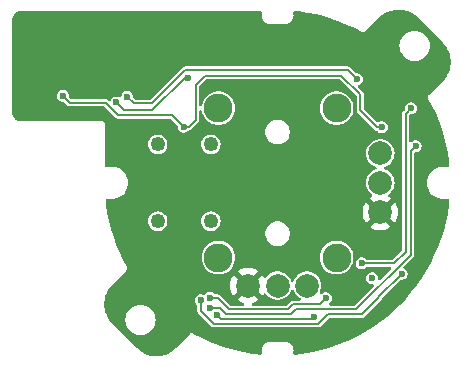
<source format=gbr>
%TF.GenerationSoftware,KiCad,Pcbnew,8.0.2*%
%TF.CreationDate,2025-05-18T13:49:05-07:00*%
%TF.ProjectId,PGS_Stick_Board,5047535f-5374-4696-936b-5f426f617264,rev?*%
%TF.SameCoordinates,Original*%
%TF.FileFunction,Copper,L2,Bot*%
%TF.FilePolarity,Positive*%
%FSLAX46Y46*%
G04 Gerber Fmt 4.6, Leading zero omitted, Abs format (unit mm)*
G04 Created by KiCad (PCBNEW 8.0.2) date 2025-05-18 13:49:05*
%MOMM*%
%LPD*%
G01*
G04 APERTURE LIST*
%TA.AperFunction,ComponentPad*%
%ADD10C,2.450000*%
%TD*%
%TA.AperFunction,ComponentPad*%
%ADD11C,1.250000*%
%TD*%
%TA.AperFunction,ComponentPad*%
%ADD12C,2.000000*%
%TD*%
%TA.AperFunction,ViaPad*%
%ADD13C,0.600000*%
%TD*%
%TA.AperFunction,Conductor*%
%ADD14C,0.200000*%
%TD*%
G04 APERTURE END LIST*
D10*
%TO.P,SW1,*%
%TO.N,*%
X46225000Y-42130329D03*
X46225000Y-54780329D03*
X56225000Y-42130329D03*
X56225000Y-54780329D03*
D11*
%TO.P,SW1,S1,1*%
%TO.N,BUTTON_OUT*%
X45575000Y-45205329D03*
%TO.P,SW1,S2,2*%
X45575000Y-51705329D03*
%TO.P,SW1,S3,3*%
%TO.N,BUTTON_IN*%
X41075000Y-45205329D03*
%TO.P,SW1,S4,4*%
X41075000Y-51705329D03*
D12*
%TO.P,SW1,X1,GND*%
%TO.N,GND*%
X48725000Y-57155329D03*
%TO.P,SW1,X2,X_OUT*%
%TO.N,Net-(SW1-X_OUT)*%
X51225000Y-57155329D03*
%TO.P,SW1,X3,VCC*%
%TO.N,+3V3*%
X53725000Y-57155329D03*
%TO.P,SW1,Y1,GND*%
%TO.N,GND*%
X59925000Y-50955329D03*
%TO.P,SW1,Y2,Y_OUT*%
%TO.N,Net-(SW1-Y_OUT)*%
X59925000Y-48455329D03*
%TO.P,SW1,Y3,VCC*%
%TO.N,+3V3*%
X59925000Y-45955329D03*
%TD*%
D13*
%TO.N,GND*%
X51530000Y-37810000D03*
X42170000Y-47980000D03*
X51530000Y-40720000D03*
X42050000Y-53050000D03*
X33405833Y-37570000D03*
X44550000Y-52825000D03*
X44700000Y-48010000D03*
X33540000Y-40300000D03*
%TO.N,OUT_Y*%
X45475000Y-59025000D03*
X62925000Y-45350000D03*
%TO.N,OUT_X*%
X46125000Y-59675000D03*
X54350000Y-59775000D03*
%TO.N,RGB_IN*%
X57950000Y-39675000D03*
X38500000Y-41175000D03*
%TO.N,+3V3*%
X33047311Y-41091589D03*
X60060000Y-43750000D03*
X45525000Y-58200000D03*
X43268161Y-43697547D03*
X59225000Y-56525000D03*
X55325000Y-58225000D03*
%TO.N,RGB_OUT*%
X37575000Y-41650000D03*
X43625000Y-39550000D03*
%TO.N,Net-(RGB1-DOUT)*%
X58350000Y-55275000D03*
X62525000Y-42150000D03*
%TO.N,Net-(RGB2-DOUT)*%
X61725000Y-56175000D03*
X44725000Y-58400000D03*
%TD*%
D14*
%TO.N,GND*%
X44325000Y-53050000D02*
X42050000Y-53050000D01*
X44670000Y-47980000D02*
X44700000Y-48010000D01*
X42170000Y-47980000D02*
X44670000Y-47980000D01*
X44550000Y-52825000D02*
X44325000Y-53050000D01*
%TO.N,OUT_Y*%
X45475000Y-59025000D02*
X46350000Y-59025000D01*
X57875000Y-59150000D02*
X62500000Y-54525000D01*
X46900000Y-59575000D02*
X52325000Y-59575000D01*
X52325000Y-59575000D02*
X52750000Y-59150000D01*
X62500000Y-45775000D02*
X62925000Y-45350000D01*
X52750000Y-59150000D02*
X57875000Y-59150000D01*
X62500000Y-54525000D02*
X62500000Y-45775000D01*
X46350000Y-59025000D02*
X46900000Y-59575000D01*
%TO.N,OUT_X*%
X54125000Y-60000000D02*
X54350000Y-59775000D01*
X46450000Y-60000000D02*
X54125000Y-60000000D01*
X46125000Y-59675000D02*
X46450000Y-60000000D01*
%TO.N,RGB_IN*%
X39050000Y-41725000D02*
X40601471Y-41725000D01*
X40601471Y-41725000D02*
X43426471Y-38900000D01*
X57175000Y-38900000D02*
X57950000Y-39675000D01*
X43426471Y-38900000D02*
X57175000Y-38900000D01*
X38500000Y-41175000D02*
X39050000Y-41725000D01*
%TO.N,+3V3*%
X44280000Y-40190000D02*
X45100000Y-39370000D01*
X47100000Y-59150000D02*
X52125000Y-59150000D01*
X36660000Y-41660000D02*
X37725000Y-42725000D01*
X33615722Y-41660000D02*
X36660000Y-41660000D01*
X43702453Y-43697547D02*
X44280000Y-43120000D01*
X58230000Y-42300000D02*
X59680000Y-43750000D01*
X59680000Y-43750000D02*
X60060000Y-43750000D01*
X54825000Y-58725000D02*
X55325000Y-58225000D01*
X37725000Y-42725000D02*
X42295614Y-42725000D01*
X58230000Y-40970000D02*
X58230000Y-42300000D01*
X52550000Y-58725000D02*
X54825000Y-58725000D01*
X42295614Y-42725000D02*
X43268161Y-43697547D01*
X44280000Y-43120000D02*
X44280000Y-40190000D01*
X43268161Y-43697547D02*
X43702453Y-43697547D01*
X45525000Y-58200000D02*
X46150000Y-58200000D01*
X56630000Y-39370000D02*
X58230000Y-40970000D01*
X45100000Y-39370000D02*
X56630000Y-39370000D01*
X52125000Y-59150000D02*
X52550000Y-58725000D01*
X33047311Y-41091589D02*
X33615722Y-41660000D01*
X46150000Y-58200000D02*
X47100000Y-59150000D01*
%TO.N,RGB_OUT*%
X40625000Y-42300000D02*
X43375000Y-39550000D01*
X38225000Y-42300000D02*
X40625000Y-42300000D01*
X43375000Y-39550000D02*
X43625000Y-39550000D01*
X37575000Y-41650000D02*
X38225000Y-42300000D01*
%TO.N,Net-(RGB1-DOUT)*%
X62075000Y-54325000D02*
X62075000Y-42600000D01*
X58350000Y-55275000D02*
X61125000Y-55275000D01*
X62075000Y-42600000D02*
X62525000Y-42150000D01*
X61125000Y-55275000D02*
X62075000Y-54325000D01*
%TO.N,Net-(RGB2-DOUT)*%
X54680000Y-60400000D02*
X55500000Y-59580000D01*
X44725000Y-58400000D02*
X44725000Y-59275000D01*
X59750000Y-58200000D02*
X59750000Y-58150000D01*
X44725000Y-59275000D02*
X45850000Y-60400000D01*
X58370000Y-59580000D02*
X59750000Y-58200000D01*
X59750000Y-58150000D02*
X61725000Y-56175000D01*
X55500000Y-59580000D02*
X58370000Y-59580000D01*
X45850000Y-60400000D02*
X54680000Y-60400000D01*
%TD*%
%TA.AperFunction,Conductor*%
%TO.N,GND*%
G36*
X49948434Y-58025211D02*
G01*
X50051011Y-57868208D01*
X50104157Y-57822851D01*
X50173389Y-57813428D01*
X50236724Y-57842930D01*
X50253773Y-57861303D01*
X50303104Y-57926627D01*
X50334019Y-57967565D01*
X50438462Y-58062778D01*
X50498437Y-58117452D01*
X50498439Y-58117454D01*
X50687595Y-58234574D01*
X50687596Y-58234574D01*
X50687599Y-58234576D01*
X50895060Y-58314947D01*
X51113757Y-58355829D01*
X51113759Y-58355829D01*
X51336241Y-58355829D01*
X51336243Y-58355829D01*
X51554940Y-58314947D01*
X51762401Y-58234576D01*
X51951562Y-58117453D01*
X52115981Y-57967565D01*
X52250058Y-57790018D01*
X52349229Y-57590857D01*
X52355734Y-57567990D01*
X52393012Y-57508900D01*
X52456322Y-57479342D01*
X52525561Y-57488704D01*
X52578748Y-57534013D01*
X52594264Y-57567987D01*
X52600770Y-57590852D01*
X52600772Y-57590859D01*
X52600775Y-57590867D01*
X52699938Y-57790012D01*
X52699943Y-57790020D01*
X52834020Y-57967567D01*
X52998437Y-58117452D01*
X52998439Y-58117454D01*
X53123799Y-58195073D01*
X53170435Y-58247101D01*
X53181539Y-58316082D01*
X53153586Y-58380117D01*
X53095451Y-58418873D01*
X53058522Y-58424500D01*
X52510438Y-58424500D01*
X52434010Y-58444978D01*
X52365489Y-58484540D01*
X52365486Y-58484542D01*
X52036848Y-58813181D01*
X51975525Y-58846666D01*
X51949167Y-58849500D01*
X49152797Y-58849500D01*
X49085758Y-58829815D01*
X49040003Y-58777011D01*
X49030059Y-58707853D01*
X49059084Y-58644297D01*
X49112534Y-58608219D01*
X49329603Y-58533698D01*
X49329614Y-58533693D01*
X49548228Y-58415386D01*
X49548231Y-58415384D01*
X49595056Y-58378938D01*
X48854409Y-57638291D01*
X48917993Y-57621254D01*
X49032007Y-57555428D01*
X49125099Y-57462336D01*
X49190925Y-57348322D01*
X49207962Y-57284738D01*
X49948434Y-58025211D01*
G37*
%TD.AperFunction*%
%TA.AperFunction,Conductor*%
G36*
X61619405Y-33786219D02*
G01*
X61879593Y-33817199D01*
X61894266Y-33819851D01*
X62148845Y-33881889D01*
X62163108Y-33886290D01*
X62322871Y-33946344D01*
X62408379Y-33978486D01*
X62422017Y-33984574D01*
X62654411Y-34105582D01*
X62667220Y-34113266D01*
X62883383Y-34261342D01*
X62895173Y-34270508D01*
X63093957Y-34445247D01*
X63099771Y-34450699D01*
X65197147Y-36548076D01*
X65222698Y-36573627D01*
X65227833Y-36579082D01*
X65404509Y-36778512D01*
X65413743Y-36790298D01*
X65562963Y-37006482D01*
X65570709Y-37019295D01*
X65577250Y-37031758D01*
X65692785Y-37251891D01*
X65698930Y-37265546D01*
X65792077Y-37511154D01*
X65796532Y-37525450D01*
X65859396Y-37780500D01*
X65862095Y-37795227D01*
X65893761Y-38055995D01*
X65894665Y-38070943D01*
X65894666Y-38333623D01*
X65893762Y-38348568D01*
X65862102Y-38609335D01*
X65859403Y-38624063D01*
X65796545Y-38879107D01*
X65792091Y-38893404D01*
X65698945Y-39139019D01*
X65692800Y-39152673D01*
X65570730Y-39385269D01*
X65562984Y-39398083D01*
X65413765Y-39614274D01*
X65404530Y-39626061D01*
X65228146Y-39825165D01*
X65223010Y-39830621D01*
X64037262Y-41016369D01*
X64022648Y-41027452D01*
X64014472Y-41034458D01*
X64008442Y-41042132D01*
X64001815Y-41050568D01*
X63991998Y-41061634D01*
X63977522Y-41076109D01*
X63971543Y-41085059D01*
X63970058Y-41087597D01*
X63965194Y-41097183D01*
X63959668Y-41116902D01*
X63954833Y-41130885D01*
X63946997Y-41149804D01*
X63944897Y-41160359D01*
X63944500Y-41163252D01*
X63943673Y-41173990D01*
X63946114Y-41194318D01*
X63946998Y-41209101D01*
X63946998Y-41229565D01*
X63949100Y-41240136D01*
X63949836Y-41242946D01*
X63953180Y-41253180D01*
X63953181Y-41253183D01*
X63953182Y-41253184D01*
X63963219Y-41271036D01*
X63969687Y-41284344D01*
X63977522Y-41303260D01*
X63984307Y-41313414D01*
X63983740Y-41313792D01*
X63993336Y-41326769D01*
X64302394Y-41908924D01*
X64305072Y-41914277D01*
X64603101Y-42547708D01*
X64605518Y-42553185D01*
X64872648Y-43200311D01*
X64874798Y-43205898D01*
X65110366Y-43865108D01*
X65112244Y-43870792D01*
X65315732Y-44540636D01*
X65317333Y-44546404D01*
X65488252Y-45225275D01*
X65489573Y-45231114D01*
X65627528Y-45917440D01*
X65628566Y-45923336D01*
X65733239Y-46615530D01*
X65733991Y-46621469D01*
X65769413Y-46968228D01*
X65756643Y-47036921D01*
X65708762Y-47087805D01*
X65646055Y-47104829D01*
X65247197Y-47104829D01*
X65246841Y-47104828D01*
X65116970Y-47104454D01*
X65116968Y-47104454D01*
X64895905Y-47140708D01*
X64895903Y-47140708D01*
X64683821Y-47212891D01*
X64683818Y-47212893D01*
X64486533Y-47319025D01*
X64486531Y-47319026D01*
X64309427Y-47456210D01*
X64309420Y-47456216D01*
X64157340Y-47620701D01*
X64157338Y-47620703D01*
X64034427Y-47808005D01*
X63944056Y-48012994D01*
X63888688Y-48230078D01*
X63869843Y-48453294D01*
X63869843Y-48453299D01*
X63869843Y-48453302D01*
X63870009Y-48455336D01*
X63888031Y-48676585D01*
X63888033Y-48676592D01*
X63942756Y-48893823D01*
X63942757Y-48893827D01*
X64032524Y-49099083D01*
X64032525Y-49099085D01*
X64154882Y-49286746D01*
X64306478Y-49451679D01*
X64306484Y-49451685D01*
X64483184Y-49589391D01*
X64680151Y-49696103D01*
X64680152Y-49696103D01*
X64680159Y-49696107D01*
X64892024Y-49768914D01*
X65112989Y-49805821D01*
X65172515Y-49805825D01*
X65172552Y-49805829D01*
X65185120Y-49805829D01*
X65225002Y-49805829D01*
X65264884Y-49805829D01*
X65645646Y-49805829D01*
X65712685Y-49825514D01*
X65758440Y-49878318D01*
X65768990Y-49942570D01*
X65729797Y-50321997D01*
X65728995Y-50328213D01*
X65616944Y-51052546D01*
X65615830Y-51058714D01*
X65467312Y-51776495D01*
X65465887Y-51782599D01*
X65281295Y-52491933D01*
X65279564Y-52497957D01*
X65059355Y-53197082D01*
X65057321Y-53203011D01*
X64802076Y-53890087D01*
X64799746Y-53895905D01*
X64510099Y-54569227D01*
X64507477Y-54574921D01*
X64184177Y-55232743D01*
X64181271Y-55238296D01*
X63825149Y-55878929D01*
X63821966Y-55884329D01*
X63433928Y-56506146D01*
X63430477Y-56511378D01*
X63011498Y-57112814D01*
X63007786Y-57117865D01*
X62558966Y-57697343D01*
X62555004Y-57702200D01*
X62077458Y-58258276D01*
X62073255Y-58262926D01*
X61568241Y-58794138D01*
X61563809Y-58798570D01*
X61032596Y-59303584D01*
X61027946Y-59307787D01*
X60471870Y-59785334D01*
X60467013Y-59789296D01*
X59887536Y-60238116D01*
X59882485Y-60241828D01*
X59281049Y-60660806D01*
X59275817Y-60664257D01*
X58654000Y-61052295D01*
X58648600Y-61055478D01*
X58007966Y-61411600D01*
X58002413Y-61414506D01*
X57344592Y-61737807D01*
X57338898Y-61740429D01*
X56665576Y-62030075D01*
X56659758Y-62032405D01*
X55972680Y-62287651D01*
X55966751Y-62289685D01*
X55267627Y-62509894D01*
X55261603Y-62511625D01*
X54552270Y-62696217D01*
X54546166Y-62697642D01*
X53828385Y-62846159D01*
X53822217Y-62847273D01*
X53097884Y-62959325D01*
X53091667Y-62960127D01*
X52712240Y-62999319D01*
X52643533Y-62986626D01*
X52592595Y-62938803D01*
X52575500Y-62875975D01*
X52575500Y-62686621D01*
X52576075Y-62680383D01*
X52575978Y-62672608D01*
X52575979Y-62672607D01*
X52575956Y-62670806D01*
X52576834Y-62658869D01*
X52576617Y-62653023D01*
X52577199Y-62641095D01*
X52576836Y-62635230D01*
X52577123Y-62623322D01*
X52576766Y-62619209D01*
X52576768Y-62619205D01*
X52576614Y-62617438D01*
X52576608Y-62605475D01*
X52576265Y-62602401D01*
X52575500Y-62588644D01*
X52575500Y-62584084D01*
X52574762Y-62574128D01*
X52574748Y-62572984D01*
X52574545Y-62571729D01*
X52573030Y-62556443D01*
X52572985Y-62555225D01*
X52572763Y-62554041D01*
X52570871Y-62538783D01*
X52570799Y-62537615D01*
X52570550Y-62536446D01*
X52568282Y-62521232D01*
X52568178Y-62520026D01*
X52567886Y-62518804D01*
X52565250Y-62503691D01*
X52565115Y-62502484D01*
X52564805Y-62501313D01*
X52561792Y-62486243D01*
X52561629Y-62485051D01*
X52561288Y-62483880D01*
X52557910Y-62468918D01*
X52557716Y-62467718D01*
X52557341Y-62466541D01*
X52553596Y-62451668D01*
X52553376Y-62450491D01*
X52552972Y-62449323D01*
X52548879Y-62434603D01*
X52548613Y-62433355D01*
X52548170Y-62432168D01*
X52543717Y-62417563D01*
X52543411Y-62416284D01*
X52542967Y-62415179D01*
X52538126Y-62400600D01*
X52537803Y-62399380D01*
X52537319Y-62398258D01*
X52532110Y-62383779D01*
X52531768Y-62382606D01*
X52531267Y-62381519D01*
X52525696Y-62367158D01*
X52525321Y-62365979D01*
X52524819Y-62364959D01*
X52518862Y-62350659D01*
X52518484Y-62349563D01*
X52517898Y-62348442D01*
X52511645Y-62334421D01*
X52511205Y-62333243D01*
X52510632Y-62332211D01*
X52503989Y-62318253D01*
X52503539Y-62317134D01*
X52502891Y-62316030D01*
X52495938Y-62302311D01*
X52495461Y-62301205D01*
X52494798Y-62300137D01*
X52487518Y-62286611D01*
X52486998Y-62285482D01*
X52486316Y-62284443D01*
X52478688Y-62271074D01*
X52478170Y-62270019D01*
X52477426Y-62268943D01*
X52469516Y-62255841D01*
X52468925Y-62254710D01*
X52468215Y-62253736D01*
X52459945Y-62240774D01*
X52459346Y-62239693D01*
X52458580Y-62238695D01*
X52449985Y-62225930D01*
X52449377Y-62224894D01*
X52448625Y-62223963D01*
X52439699Y-62211390D01*
X52439060Y-62210359D01*
X52438213Y-62209362D01*
X52429051Y-62197112D01*
X52428362Y-62196062D01*
X52427567Y-62195171D01*
X52418066Y-62183101D01*
X52417335Y-62182044D01*
X52416501Y-62181155D01*
X52406688Y-62169303D01*
X52405956Y-62168298D01*
X52405095Y-62167425D01*
X52394987Y-62155815D01*
X52394291Y-62154908D01*
X52393378Y-62154026D01*
X52383034Y-62142719D01*
X52382391Y-62141923D01*
X52381422Y-62141031D01*
X52370856Y-62130034D01*
X52370149Y-62129202D01*
X52369172Y-62128345D01*
X52358390Y-62117657D01*
X52357657Y-62116836D01*
X52356578Y-62115935D01*
X52345596Y-62105569D01*
X52344847Y-62104770D01*
X52343688Y-62103849D01*
X52332549Y-62093837D01*
X52331706Y-62092982D01*
X52330626Y-62092165D01*
X52319289Y-62082462D01*
X52318440Y-62081642D01*
X52317409Y-62080900D01*
X52305879Y-62071503D01*
X52304948Y-62070647D01*
X52303942Y-62069959D01*
X52292152Y-62060814D01*
X52291256Y-62060028D01*
X52290186Y-62059334D01*
X52278202Y-62050492D01*
X52277262Y-62049707D01*
X52276215Y-62049063D01*
X52264035Y-62040520D01*
X52263068Y-62039752D01*
X52261984Y-62039120D01*
X52249594Y-62030868D01*
X52248620Y-62030131D01*
X52247570Y-62029553D01*
X52234974Y-62021594D01*
X52233972Y-62020873D01*
X52232875Y-62020303D01*
X52220091Y-62012650D01*
X52219066Y-62011949D01*
X52217974Y-62011415D01*
X52205012Y-62004074D01*
X52203962Y-62003392D01*
X52202860Y-62002886D01*
X52189706Y-61995847D01*
X52188646Y-61995195D01*
X52187530Y-61994714D01*
X52174188Y-61987983D01*
X52173550Y-61987611D01*
X52172304Y-61987107D01*
X52159036Y-61980798D01*
X52158732Y-61980631D01*
X52157322Y-61980095D01*
X52144195Y-61974214D01*
X52143779Y-61973997D01*
X52142199Y-61973436D01*
X52129233Y-61967978D01*
X52128653Y-61967694D01*
X52126922Y-61967120D01*
X52114120Y-61962069D01*
X52113446Y-61961759D01*
X52111572Y-61961181D01*
X52096613Y-61955088D01*
X52091166Y-61953147D01*
X52090778Y-61953045D01*
X52076226Y-61948216D01*
X52061177Y-61943574D01*
X52046788Y-61939471D01*
X52046746Y-61939463D01*
X52033728Y-61936046D01*
X52032745Y-61935873D01*
X52020817Y-61932992D01*
X52019167Y-61932729D01*
X52005024Y-61929596D01*
X52004538Y-61929529D01*
X51990482Y-61926719D01*
X51989940Y-61926655D01*
X51975764Y-61924123D01*
X51975161Y-61924064D01*
X51961017Y-61921839D01*
X51961005Y-61921836D01*
X51960476Y-61921795D01*
X51946426Y-61919880D01*
X51945748Y-61919747D01*
X51932975Y-61918253D01*
X51931963Y-61918074D01*
X51919843Y-61916880D01*
X51919774Y-61916879D01*
X51905176Y-61915733D01*
X51891062Y-61914908D01*
X51878686Y-61914432D01*
X51877662Y-61914471D01*
X51863369Y-61914182D01*
X51861974Y-61914073D01*
X51852244Y-61914363D01*
X51847697Y-61914097D01*
X51837889Y-61914585D01*
X51833295Y-61914408D01*
X51823549Y-61915088D01*
X51818983Y-61915003D01*
X51809216Y-61915880D01*
X51804658Y-61915886D01*
X51794904Y-61916958D01*
X51787022Y-61917126D01*
X51781983Y-61917751D01*
X51426610Y-61928292D01*
X51422934Y-61928347D01*
X51027065Y-61928347D01*
X51023389Y-61928292D01*
X51013679Y-61928004D01*
X50661368Y-61917553D01*
X50650016Y-61916224D01*
X50645512Y-61916191D01*
X50643722Y-61916177D01*
X50631873Y-61915069D01*
X50625961Y-61915171D01*
X50614005Y-61914350D01*
X50608175Y-61914595D01*
X50596282Y-61914073D01*
X50592931Y-61914297D01*
X50579613Y-61914467D01*
X50574404Y-61914253D01*
X50565019Y-61914531D01*
X50563740Y-61914490D01*
X50562356Y-61914651D01*
X50547244Y-61915472D01*
X50545875Y-61915462D01*
X50544634Y-61915638D01*
X50529475Y-61916837D01*
X50528194Y-61916859D01*
X50526876Y-61917079D01*
X50511753Y-61918651D01*
X50510490Y-61918704D01*
X50509215Y-61918949D01*
X50494147Y-61920891D01*
X50492862Y-61920977D01*
X50491556Y-61921261D01*
X50476570Y-61923570D01*
X50475298Y-61923686D01*
X50474057Y-61923989D01*
X50459126Y-61926667D01*
X50457783Y-61926823D01*
X50456511Y-61927167D01*
X50441632Y-61930216D01*
X50440354Y-61930397D01*
X50439134Y-61930759D01*
X50424309Y-61934180D01*
X50423023Y-61934394D01*
X50421807Y-61934788D01*
X50407077Y-61938572D01*
X50405794Y-61938818D01*
X50404546Y-61939257D01*
X50389923Y-61943401D01*
X50388657Y-61943677D01*
X50387470Y-61944127D01*
X50372974Y-61948624D01*
X50371645Y-61948948D01*
X50370352Y-61949475D01*
X50356040Y-61954307D01*
X50354678Y-61954675D01*
X50353548Y-61955170D01*
X50339210Y-61960409D01*
X50337986Y-61960772D01*
X50336741Y-61961353D01*
X50322654Y-61966899D01*
X50321339Y-61967325D01*
X50320164Y-61967910D01*
X50306164Y-61973828D01*
X50304939Y-61974259D01*
X50303802Y-61974860D01*
X50289921Y-61981134D01*
X50288712Y-61981592D01*
X50287531Y-61982255D01*
X50273840Y-61988856D01*
X50272586Y-61989368D01*
X50271470Y-61990031D01*
X50257885Y-61997001D01*
X50256748Y-61997498D01*
X50255594Y-61998222D01*
X50242271Y-62005479D01*
X50241040Y-62006054D01*
X50239921Y-62006796D01*
X50226758Y-62014394D01*
X50225623Y-62014959D01*
X50224513Y-62015734D01*
X50211607Y-62023615D01*
X50210380Y-62024264D01*
X50209303Y-62025057D01*
X50196581Y-62033264D01*
X50195409Y-62033921D01*
X50194327Y-62034760D01*
X50181829Y-62043268D01*
X50180637Y-62043976D01*
X50179653Y-62044779D01*
X50167287Y-62053651D01*
X50166186Y-62054342D01*
X50165122Y-62055254D01*
X50153055Y-62064374D01*
X50151857Y-62065168D01*
X50150922Y-62066012D01*
X50139006Y-62075490D01*
X50138042Y-62076163D01*
X50137067Y-62077087D01*
X50125422Y-62086824D01*
X50124492Y-62087508D01*
X50123526Y-62088469D01*
X50112163Y-62098453D01*
X50111294Y-62099127D01*
X50110330Y-62100132D01*
X50099263Y-62110346D01*
X50098357Y-62111084D01*
X50097374Y-62112161D01*
X50086620Y-62122583D01*
X50085710Y-62123364D01*
X50084684Y-62124542D01*
X50074274Y-62135138D01*
X50073363Y-62135959D01*
X50072505Y-62136995D01*
X50062352Y-62147841D01*
X50061454Y-62148691D01*
X50060648Y-62149713D01*
X50050771Y-62160789D01*
X50049874Y-62161680D01*
X50049113Y-62162694D01*
X50039522Y-62173984D01*
X50038642Y-62174902D01*
X50037883Y-62175965D01*
X50028574Y-62187474D01*
X50027729Y-62188398D01*
X50026998Y-62189477D01*
X50017979Y-62201194D01*
X50017117Y-62202184D01*
X50016440Y-62203237D01*
X50007689Y-62215191D01*
X50006900Y-62216143D01*
X50006234Y-62217234D01*
X49997792Y-62229363D01*
X49996982Y-62230389D01*
X49996350Y-62231484D01*
X49988179Y-62243850D01*
X49987414Y-62244868D01*
X49986812Y-62245972D01*
X49978937Y-62258538D01*
X49978209Y-62259558D01*
X49977614Y-62260712D01*
X49970072Y-62273413D01*
X49969310Y-62274537D01*
X49968760Y-62275672D01*
X49961477Y-62288642D01*
X49961056Y-62289296D01*
X49960517Y-62290475D01*
X49953618Y-62303463D01*
X49953447Y-62303742D01*
X49952842Y-62305145D01*
X49946390Y-62317986D01*
X49946151Y-62318399D01*
X49945512Y-62319971D01*
X49939501Y-62332641D01*
X49939189Y-62333212D01*
X49938540Y-62334912D01*
X49932939Y-62347446D01*
X49932585Y-62348132D01*
X49931919Y-62349996D01*
X49925116Y-62364791D01*
X49922994Y-62370001D01*
X49922864Y-62370422D01*
X49917306Y-62384969D01*
X49912120Y-62399468D01*
X49907329Y-62413813D01*
X49907327Y-62413825D01*
X49903361Y-62426599D01*
X49903136Y-62427608D01*
X49899700Y-62439485D01*
X49899379Y-62441050D01*
X49895635Y-62454989D01*
X49895540Y-62455507D01*
X49892087Y-62469506D01*
X49891999Y-62470047D01*
X49888860Y-62484003D01*
X49888772Y-62484621D01*
X49885927Y-62498615D01*
X49885917Y-62498652D01*
X49885846Y-62499229D01*
X49883310Y-62513167D01*
X49883134Y-62513893D01*
X49881084Y-62526521D01*
X49880882Y-62527428D01*
X49879093Y-62539880D01*
X49877371Y-62553841D01*
X49877371Y-62553848D01*
X49875860Y-62568489D01*
X49874852Y-62580604D01*
X49874846Y-62581590D01*
X49873919Y-62595930D01*
X49873754Y-62597264D01*
X49873612Y-62607023D01*
X49873145Y-62611548D01*
X49873197Y-62621358D01*
X49872816Y-62625936D01*
X49873061Y-62635682D01*
X49872772Y-62640267D01*
X49873213Y-62650038D01*
X49873016Y-62654599D01*
X49873653Y-62664390D01*
X49873524Y-62669932D01*
X49874214Y-62678201D01*
X49874179Y-62683571D01*
X49874500Y-62686933D01*
X49874500Y-62876380D01*
X49854815Y-62943419D01*
X49802011Y-62989174D01*
X49737900Y-62999738D01*
X49391135Y-62964319D01*
X49385202Y-62963567D01*
X49140875Y-62926623D01*
X48693020Y-62858902D01*
X48687125Y-62857865D01*
X48000778Y-62719911D01*
X47994939Y-62718590D01*
X47601337Y-62619495D01*
X47316041Y-62547667D01*
X47310286Y-62546069D01*
X47010464Y-62454989D01*
X46640460Y-62342589D01*
X46634775Y-62340711D01*
X45975558Y-62105142D01*
X45969971Y-62102992D01*
X45322845Y-61835862D01*
X45317368Y-61833445D01*
X44683937Y-61535416D01*
X44678584Y-61532738D01*
X44096438Y-61223683D01*
X44083452Y-61214080D01*
X44083075Y-61214646D01*
X44072921Y-61207861D01*
X44054889Y-61200392D01*
X44054001Y-61200024D01*
X44040697Y-61193558D01*
X44022845Y-61183521D01*
X44022844Y-61183520D01*
X44022841Y-61183519D01*
X44012607Y-61180175D01*
X44009797Y-61179439D01*
X43999228Y-61177337D01*
X43999227Y-61177337D01*
X43978763Y-61177337D01*
X43963980Y-61176453D01*
X43943651Y-61174012D01*
X43943650Y-61174012D01*
X43943649Y-61174012D01*
X43932912Y-61174839D01*
X43930027Y-61175235D01*
X43919462Y-61177337D01*
X43900547Y-61185171D01*
X43886566Y-61190006D01*
X43866846Y-61195532D01*
X43857270Y-61200392D01*
X43854694Y-61201899D01*
X43845769Y-61207862D01*
X43831289Y-61222342D01*
X43820219Y-61232163D01*
X43804120Y-61244810D01*
X43797114Y-61252986D01*
X43786031Y-61267600D01*
X43139559Y-61914073D01*
X42626144Y-62427488D01*
X42626143Y-62427489D01*
X42612737Y-62440894D01*
X42600594Y-62453038D01*
X42595143Y-62458169D01*
X42395712Y-62634856D01*
X42383924Y-62644091D01*
X42167742Y-62793315D01*
X42154928Y-62801062D01*
X41922340Y-62923136D01*
X41908684Y-62929282D01*
X41663073Y-63022431D01*
X41648778Y-63026886D01*
X41393727Y-63089752D01*
X41378997Y-63092451D01*
X41118234Y-63124112D01*
X41103288Y-63125016D01*
X40840610Y-63125016D01*
X40825662Y-63124112D01*
X40564891Y-63092446D01*
X40550162Y-63089746D01*
X40295121Y-63026880D01*
X40280825Y-63022425D01*
X40035214Y-62929273D01*
X40021560Y-62923128D01*
X39932493Y-62876380D01*
X39788962Y-62801045D01*
X39776158Y-62793304D01*
X39559978Y-62644078D01*
X39548197Y-62634848D01*
X39348802Y-62458190D01*
X39343351Y-62453058D01*
X39332213Y-62441920D01*
X39310706Y-62420411D01*
X39310691Y-62420398D01*
X39309193Y-62418900D01*
X39309058Y-62418789D01*
X37227287Y-60337017D01*
X37222170Y-60331582D01*
X37045475Y-60132134D01*
X37036244Y-60120351D01*
X36995082Y-60060718D01*
X38339237Y-60060718D01*
X38339237Y-60060719D01*
X38358688Y-60283048D01*
X38358690Y-60283058D01*
X38416450Y-60498624D01*
X38416452Y-60498628D01*
X38416453Y-60498632D01*
X38510774Y-60700905D01*
X38638787Y-60883726D01*
X38796602Y-61041541D01*
X38979423Y-61169554D01*
X39181696Y-61263875D01*
X39397275Y-61321639D01*
X39575142Y-61337200D01*
X39619608Y-61341091D01*
X39619609Y-61341091D01*
X39619610Y-61341091D01*
X39656664Y-61337849D01*
X39841943Y-61321639D01*
X40057522Y-61263875D01*
X40259795Y-61169554D01*
X40442616Y-61041541D01*
X40600431Y-60883726D01*
X40728444Y-60700905D01*
X40822765Y-60498632D01*
X40880529Y-60283053D01*
X40899981Y-60060719D01*
X40880529Y-59838385D01*
X40822765Y-59622806D01*
X40728444Y-59420533D01*
X40600431Y-59237712D01*
X40442616Y-59079897D01*
X40259795Y-58951884D01*
X40057522Y-58857563D01*
X40057518Y-58857562D01*
X40057514Y-58857560D01*
X39841948Y-58799800D01*
X39841938Y-58799798D01*
X39619610Y-58780347D01*
X39619608Y-58780347D01*
X39397279Y-58799798D01*
X39397269Y-58799800D01*
X39181703Y-58857560D01*
X39181696Y-58857562D01*
X39181696Y-58857563D01*
X38979423Y-58951884D01*
X38796602Y-59079897D01*
X38796600Y-59079898D01*
X38796597Y-59079901D01*
X38638791Y-59237707D01*
X38638788Y-59237710D01*
X38638787Y-59237712D01*
X38510774Y-59420533D01*
X38430750Y-59592147D01*
X38416454Y-59622804D01*
X38416450Y-59622813D01*
X38358690Y-59838379D01*
X38358688Y-59838389D01*
X38339237Y-60060718D01*
X36995082Y-60060718D01*
X36887022Y-59904165D01*
X36879276Y-59891351D01*
X36757205Y-59658765D01*
X36751059Y-59645110D01*
X36744206Y-59627041D01*
X36657911Y-59399498D01*
X36653457Y-59385203D01*
X36644433Y-59348590D01*
X36590590Y-59130142D01*
X36587896Y-59115439D01*
X36556232Y-58854662D01*
X36555328Y-58839716D01*
X36555328Y-58577038D01*
X36556232Y-58562092D01*
X36565648Y-58484542D01*
X36575913Y-58400000D01*
X44219353Y-58400000D01*
X44239834Y-58542456D01*
X44286344Y-58644297D01*
X44299623Y-58673373D01*
X44393872Y-58782143D01*
X44393875Y-58782144D01*
X44394213Y-58782535D01*
X44423238Y-58846091D01*
X44424500Y-58863738D01*
X44424500Y-59314562D01*
X44433618Y-59348590D01*
X44444979Y-59390990D01*
X44444980Y-59390991D01*
X44462036Y-59420533D01*
X44484540Y-59459511D01*
X45609540Y-60584511D01*
X45665489Y-60640460D01*
X45665491Y-60640461D01*
X45665495Y-60640464D01*
X45734004Y-60680017D01*
X45734011Y-60680021D01*
X45810438Y-60700500D01*
X45810440Y-60700500D01*
X54719560Y-60700500D01*
X54719562Y-60700500D01*
X54795989Y-60680021D01*
X54864511Y-60640460D01*
X54920460Y-60584511D01*
X55588152Y-59916819D01*
X55649475Y-59883334D01*
X55675833Y-59880500D01*
X58409560Y-59880500D01*
X58409562Y-59880500D01*
X58485989Y-59860021D01*
X58554511Y-59820460D01*
X58610460Y-59764511D01*
X59990460Y-58384511D01*
X60030022Y-58315988D01*
X60030023Y-58315986D01*
X60033133Y-58308478D01*
X60034962Y-58309235D01*
X60061215Y-58263754D01*
X61613151Y-56711819D01*
X61674474Y-56678334D01*
X61700832Y-56675500D01*
X61796962Y-56675500D01*
X61796962Y-56675499D01*
X61935053Y-56634953D01*
X62056128Y-56557143D01*
X62150377Y-56448373D01*
X62210165Y-56317457D01*
X62230647Y-56175000D01*
X62210165Y-56032543D01*
X62150377Y-55901627D01*
X62056128Y-55792857D01*
X61942667Y-55719940D01*
X61896913Y-55667137D01*
X61886969Y-55597978D01*
X61915994Y-55534422D01*
X61922012Y-55527958D01*
X62740460Y-54709511D01*
X62780022Y-54640988D01*
X62800500Y-54564562D01*
X62800500Y-54485438D01*
X62800500Y-45974500D01*
X62820185Y-45907461D01*
X62872989Y-45861706D01*
X62924500Y-45850500D01*
X62996962Y-45850500D01*
X62996962Y-45850499D01*
X63135053Y-45809953D01*
X63256128Y-45732143D01*
X63350377Y-45623373D01*
X63410165Y-45492457D01*
X63430647Y-45350000D01*
X63410165Y-45207543D01*
X63350377Y-45076627D01*
X63256128Y-44967857D01*
X63135053Y-44890047D01*
X63135051Y-44890046D01*
X63135049Y-44890045D01*
X63135050Y-44890045D01*
X62996963Y-44849500D01*
X62996961Y-44849500D01*
X62853039Y-44849500D01*
X62853036Y-44849500D01*
X62714949Y-44890045D01*
X62593872Y-44967857D01*
X62593211Y-44968620D01*
X62592362Y-44969165D01*
X62587172Y-44973663D01*
X62586525Y-44972916D01*
X62534432Y-45006393D01*
X62464563Y-45006391D01*
X62405785Y-44968616D01*
X62376762Y-44905059D01*
X62375500Y-44887415D01*
X62375500Y-42775833D01*
X62395185Y-42708794D01*
X62411819Y-42688152D01*
X62413152Y-42686819D01*
X62474475Y-42653334D01*
X62500833Y-42650500D01*
X62596962Y-42650500D01*
X62596962Y-42650499D01*
X62735053Y-42609953D01*
X62856128Y-42532143D01*
X62950377Y-42423373D01*
X63010165Y-42292457D01*
X63030647Y-42150000D01*
X63010165Y-42007543D01*
X62950377Y-41876627D01*
X62856128Y-41767857D01*
X62735053Y-41690047D01*
X62735051Y-41690046D01*
X62735049Y-41690045D01*
X62735050Y-41690045D01*
X62596963Y-41649500D01*
X62596961Y-41649500D01*
X62453039Y-41649500D01*
X62453036Y-41649500D01*
X62314949Y-41690045D01*
X62193873Y-41767856D01*
X62099623Y-41876626D01*
X62099622Y-41876628D01*
X62039834Y-42007543D01*
X62019353Y-42150000D01*
X62020661Y-42159101D01*
X62010714Y-42228259D01*
X61985604Y-42264422D01*
X61890489Y-42359539D01*
X61890489Y-42359540D01*
X61834538Y-42415491D01*
X61834535Y-42415495D01*
X61794982Y-42484004D01*
X61794979Y-42484009D01*
X61787230Y-42512931D01*
X61776444Y-42553185D01*
X61774500Y-42560439D01*
X61774500Y-54149167D01*
X61754815Y-54216206D01*
X61738181Y-54236848D01*
X61036848Y-54938181D01*
X60975525Y-54971666D01*
X60949167Y-54974500D01*
X58808501Y-54974500D01*
X58741462Y-54954815D01*
X58714788Y-54931703D01*
X58681128Y-54892857D01*
X58560053Y-54815047D01*
X58560051Y-54815046D01*
X58560049Y-54815045D01*
X58560050Y-54815045D01*
X58421963Y-54774500D01*
X58421961Y-54774500D01*
X58278039Y-54774500D01*
X58278036Y-54774500D01*
X58139949Y-54815045D01*
X58018873Y-54892856D01*
X57924623Y-55001626D01*
X57924622Y-55001628D01*
X57864834Y-55132543D01*
X57844353Y-55275000D01*
X57864834Y-55417456D01*
X57884774Y-55461117D01*
X57924623Y-55548373D01*
X58018872Y-55657143D01*
X58139947Y-55734953D01*
X58139950Y-55734954D01*
X58139949Y-55734954D01*
X58278036Y-55775499D01*
X58278038Y-55775500D01*
X58278039Y-55775500D01*
X58421962Y-55775500D01*
X58421962Y-55775499D01*
X58529121Y-55744035D01*
X58560050Y-55734954D01*
X58560050Y-55734953D01*
X58560053Y-55734953D01*
X58681128Y-55657143D01*
X58714788Y-55618296D01*
X58773567Y-55580523D01*
X58808501Y-55575500D01*
X60725167Y-55575500D01*
X60792206Y-55595185D01*
X60837961Y-55647989D01*
X60847905Y-55717147D01*
X60818880Y-55780703D01*
X60812848Y-55787181D01*
X59936257Y-56663771D01*
X59874934Y-56697256D01*
X59805242Y-56692272D01*
X59749309Y-56650400D01*
X59724892Y-56584936D01*
X59725837Y-56558449D01*
X59730647Y-56525000D01*
X59710165Y-56382543D01*
X59650377Y-56251627D01*
X59556128Y-56142857D01*
X59435053Y-56065047D01*
X59435051Y-56065046D01*
X59435049Y-56065045D01*
X59435050Y-56065045D01*
X59296963Y-56024500D01*
X59296961Y-56024500D01*
X59153039Y-56024500D01*
X59153036Y-56024500D01*
X59014949Y-56065045D01*
X58893873Y-56142856D01*
X58799623Y-56251626D01*
X58799622Y-56251628D01*
X58739834Y-56382543D01*
X58719353Y-56525000D01*
X58739834Y-56667456D01*
X58774181Y-56742664D01*
X58799623Y-56798373D01*
X58893872Y-56907143D01*
X59014947Y-56984953D01*
X59014950Y-56984954D01*
X59014949Y-56984954D01*
X59153036Y-57025499D01*
X59153038Y-57025500D01*
X59275167Y-57025500D01*
X59342206Y-57045185D01*
X59387961Y-57097989D01*
X59397905Y-57167147D01*
X59368880Y-57230703D01*
X59362848Y-57237181D01*
X57786848Y-58813181D01*
X57725525Y-58846666D01*
X57699167Y-58849500D01*
X55701319Y-58849500D01*
X55634280Y-58829815D01*
X55588525Y-58777011D01*
X55578581Y-58707853D01*
X55607606Y-58644297D01*
X55634279Y-58621185D01*
X55642243Y-58616066D01*
X55656128Y-58607143D01*
X55750377Y-58498373D01*
X55810165Y-58367457D01*
X55830647Y-58225000D01*
X55810165Y-58082543D01*
X55750377Y-57951627D01*
X55656128Y-57842857D01*
X55535053Y-57765047D01*
X55535051Y-57765046D01*
X55535049Y-57765045D01*
X55535050Y-57765045D01*
X55396963Y-57724500D01*
X55396961Y-57724500D01*
X55253039Y-57724500D01*
X55253036Y-57724500D01*
X55114949Y-57765045D01*
X54993872Y-57842856D01*
X54987301Y-57848551D01*
X54923745Y-57877576D01*
X54854587Y-57867632D01*
X54801783Y-57821878D01*
X54782098Y-57754838D01*
X54795098Y-57699566D01*
X54849224Y-57590867D01*
X54849223Y-57590867D01*
X54849229Y-57590857D01*
X54910115Y-57376865D01*
X54930643Y-57155329D01*
X54930642Y-57155323D01*
X54910115Y-56933793D01*
X54910114Y-56933791D01*
X54902659Y-56907590D01*
X54849229Y-56719801D01*
X54849224Y-56719790D01*
X54750061Y-56520645D01*
X54750056Y-56520637D01*
X54615979Y-56343090D01*
X54451562Y-56193205D01*
X54451560Y-56193203D01*
X54262404Y-56076083D01*
X54262398Y-56076081D01*
X54233911Y-56065045D01*
X54054940Y-55995711D01*
X53836243Y-55954829D01*
X53613757Y-55954829D01*
X53395060Y-55995711D01*
X53299986Y-56032543D01*
X53187601Y-56076081D01*
X53187595Y-56076083D01*
X52998439Y-56193203D01*
X52998437Y-56193205D01*
X52834020Y-56343090D01*
X52699943Y-56520637D01*
X52699938Y-56520645D01*
X52600775Y-56719790D01*
X52600769Y-56719805D01*
X52594266Y-56742664D01*
X52556987Y-56801758D01*
X52493677Y-56831315D01*
X52424438Y-56821953D01*
X52371251Y-56776643D01*
X52355734Y-56742664D01*
X52349230Y-56719805D01*
X52349229Y-56719801D01*
X52349224Y-56719790D01*
X52250061Y-56520645D01*
X52250056Y-56520637D01*
X52115979Y-56343090D01*
X51951562Y-56193205D01*
X51951560Y-56193203D01*
X51762404Y-56076083D01*
X51762398Y-56076081D01*
X51733911Y-56065045D01*
X51554940Y-55995711D01*
X51336243Y-55954829D01*
X51113757Y-55954829D01*
X50895060Y-55995711D01*
X50799986Y-56032543D01*
X50687601Y-56076081D01*
X50687595Y-56076083D01*
X50498439Y-56193203D01*
X50498437Y-56193205D01*
X50334019Y-56343091D01*
X50253772Y-56449355D01*
X50197663Y-56490990D01*
X50127951Y-56495681D01*
X50066770Y-56461938D01*
X50051011Y-56442449D01*
X49948434Y-56285445D01*
X49207962Y-57025918D01*
X49190925Y-56962336D01*
X49125099Y-56848322D01*
X49032007Y-56755230D01*
X48917993Y-56689404D01*
X48854410Y-56672366D01*
X49595057Y-55931719D01*
X49595056Y-55931718D01*
X49548229Y-55895272D01*
X49329614Y-55776964D01*
X49329603Y-55776959D01*
X49094493Y-55696245D01*
X48849293Y-55655329D01*
X48600707Y-55655329D01*
X48355506Y-55696245D01*
X48120396Y-55776959D01*
X48120390Y-55776961D01*
X47901761Y-55895278D01*
X47854942Y-55931717D01*
X47854942Y-55931719D01*
X48595590Y-56672366D01*
X48532007Y-56689404D01*
X48417993Y-56755230D01*
X48324901Y-56848322D01*
X48259075Y-56962336D01*
X48242037Y-57025918D01*
X47501564Y-56285445D01*
X47401267Y-56438961D01*
X47301412Y-56666611D01*
X47240387Y-56907590D01*
X47240385Y-56907599D01*
X47219859Y-57155323D01*
X47219859Y-57155334D01*
X47240385Y-57403058D01*
X47240387Y-57403067D01*
X47301412Y-57644046D01*
X47401266Y-57871693D01*
X47501564Y-58025211D01*
X48242037Y-57284738D01*
X48259075Y-57348322D01*
X48324901Y-57462336D01*
X48417993Y-57555428D01*
X48532007Y-57621254D01*
X48595590Y-57638291D01*
X47854942Y-58378938D01*
X47901768Y-58415384D01*
X47901770Y-58415385D01*
X48120385Y-58533693D01*
X48120396Y-58533698D01*
X48337466Y-58608219D01*
X48394481Y-58648604D01*
X48420612Y-58713404D01*
X48407561Y-58782044D01*
X48359472Y-58832732D01*
X48297203Y-58849500D01*
X47275833Y-58849500D01*
X47208794Y-58829815D01*
X47188152Y-58813181D01*
X46334512Y-57959541D01*
X46334504Y-57959535D01*
X46320807Y-57951627D01*
X46320803Y-57951626D01*
X46269450Y-57921977D01*
X46265990Y-57919979D01*
X46240513Y-57913152D01*
X46189562Y-57899500D01*
X46189560Y-57899500D01*
X45983501Y-57899500D01*
X45916462Y-57879815D01*
X45889788Y-57856703D01*
X45882724Y-57848551D01*
X45856128Y-57817857D01*
X45735053Y-57740047D01*
X45735051Y-57740046D01*
X45735049Y-57740045D01*
X45735050Y-57740045D01*
X45596963Y-57699500D01*
X45596961Y-57699500D01*
X45453039Y-57699500D01*
X45453036Y-57699500D01*
X45314949Y-57740045D01*
X45193873Y-57817856D01*
X45103652Y-57921977D01*
X45044874Y-57959751D01*
X44975004Y-57959751D01*
X44942901Y-57945090D01*
X44935053Y-57940046D01*
X44935050Y-57940045D01*
X44796963Y-57899500D01*
X44796961Y-57899500D01*
X44653039Y-57899500D01*
X44653036Y-57899500D01*
X44514949Y-57940045D01*
X44393873Y-58017856D01*
X44299623Y-58126626D01*
X44299622Y-58126628D01*
X44239834Y-58257543D01*
X44219353Y-58400000D01*
X36575913Y-58400000D01*
X36587895Y-58301318D01*
X36590591Y-58286609D01*
X36653462Y-58031535D01*
X36657907Y-58017270D01*
X36751063Y-57771637D01*
X36757203Y-57757996D01*
X36879281Y-57525397D01*
X36887020Y-57512595D01*
X37036255Y-57296391D01*
X37045464Y-57284636D01*
X37222232Y-57085108D01*
X37227324Y-57079699D01*
X38412727Y-55894295D01*
X38427335Y-55883220D01*
X38435520Y-55876206D01*
X38435522Y-55876204D01*
X38448171Y-55860102D01*
X38458001Y-55849022D01*
X38472471Y-55834553D01*
X38472472Y-55834550D01*
X38478482Y-55825557D01*
X38479903Y-55823126D01*
X38484797Y-55813483D01*
X38490322Y-55793765D01*
X38495164Y-55779765D01*
X38502995Y-55760861D01*
X38502995Y-55760855D01*
X38505098Y-55750283D01*
X38505491Y-55747426D01*
X38506318Y-55736680D01*
X38506320Y-55736675D01*
X38503879Y-55716344D01*
X38502995Y-55701562D01*
X38502995Y-55681095D01*
X38500889Y-55670509D01*
X38500169Y-55667761D01*
X38496811Y-55657484D01*
X38496811Y-55657480D01*
X38486779Y-55639638D01*
X38480307Y-55626322D01*
X38472471Y-55607406D01*
X38472471Y-55607405D01*
X38472468Y-55607402D01*
X38465686Y-55597251D01*
X38466252Y-55596872D01*
X38456656Y-55583895D01*
X38452199Y-55575500D01*
X38147596Y-55001738D01*
X38144919Y-54996386D01*
X38043262Y-54780323D01*
X44794615Y-54780323D01*
X44794615Y-54780334D01*
X44814123Y-55015759D01*
X44872117Y-55244774D01*
X44967013Y-55461116D01*
X45096225Y-55658891D01*
X45249654Y-55825557D01*
X45256227Y-55832697D01*
X45442654Y-55977799D01*
X45650421Y-56090237D01*
X45873861Y-56166945D01*
X46106880Y-56205829D01*
X46106881Y-56205829D01*
X46343119Y-56205829D01*
X46343120Y-56205829D01*
X46576139Y-56166945D01*
X46799579Y-56090237D01*
X47007346Y-55977799D01*
X47193773Y-55832697D01*
X47353775Y-55658890D01*
X47482986Y-55461117D01*
X47577883Y-55244774D01*
X47635876Y-55015763D01*
X47644546Y-54911125D01*
X47655385Y-54780334D01*
X47655385Y-54780323D01*
X54794615Y-54780323D01*
X54794615Y-54780334D01*
X54814123Y-55015759D01*
X54872117Y-55244774D01*
X54967013Y-55461116D01*
X55096225Y-55658891D01*
X55249654Y-55825557D01*
X55256227Y-55832697D01*
X55442654Y-55977799D01*
X55650421Y-56090237D01*
X55873861Y-56166945D01*
X56106880Y-56205829D01*
X56106881Y-56205829D01*
X56343119Y-56205829D01*
X56343120Y-56205829D01*
X56576139Y-56166945D01*
X56799579Y-56090237D01*
X57007346Y-55977799D01*
X57193773Y-55832697D01*
X57353775Y-55658890D01*
X57482986Y-55461117D01*
X57577883Y-55244774D01*
X57635876Y-55015763D01*
X57644546Y-54911125D01*
X57655385Y-54780334D01*
X57655385Y-54780323D01*
X57637892Y-54569227D01*
X57635876Y-54544895D01*
X57577883Y-54315884D01*
X57482986Y-54099541D01*
X57353775Y-53901768D01*
X57353774Y-53901766D01*
X57193776Y-53727964D01*
X57193775Y-53727963D01*
X57193773Y-53727961D01*
X57100559Y-53655410D01*
X57007348Y-53582860D01*
X56799580Y-53470421D01*
X56799571Y-53470418D01*
X56576141Y-53393713D01*
X56420793Y-53367790D01*
X56343120Y-53354829D01*
X56106880Y-53354829D01*
X56048625Y-53364550D01*
X55873858Y-53393713D01*
X55650428Y-53470418D01*
X55650419Y-53470421D01*
X55442651Y-53582860D01*
X55256228Y-53727960D01*
X55256223Y-53727964D01*
X55096225Y-53901766D01*
X54967013Y-54099541D01*
X54872117Y-54315883D01*
X54814123Y-54544898D01*
X54794615Y-54780323D01*
X47655385Y-54780323D01*
X47637892Y-54569227D01*
X47635876Y-54544895D01*
X47577883Y-54315884D01*
X47482986Y-54099541D01*
X47353775Y-53901768D01*
X47353774Y-53901766D01*
X47193776Y-53727964D01*
X47193775Y-53727963D01*
X47193773Y-53727961D01*
X47100559Y-53655410D01*
X47007348Y-53582860D01*
X46799580Y-53470421D01*
X46799571Y-53470418D01*
X46576141Y-53393713D01*
X46420793Y-53367790D01*
X46343120Y-53354829D01*
X46106880Y-53354829D01*
X46048625Y-53364550D01*
X45873858Y-53393713D01*
X45650428Y-53470418D01*
X45650419Y-53470421D01*
X45442651Y-53582860D01*
X45256228Y-53727960D01*
X45256223Y-53727964D01*
X45096225Y-53901766D01*
X44967013Y-54099541D01*
X44872117Y-54315883D01*
X44814123Y-54544898D01*
X44794615Y-54780323D01*
X38043262Y-54780323D01*
X37846890Y-54362954D01*
X37844473Y-54357477D01*
X37577343Y-53710351D01*
X37575193Y-53704764D01*
X37569738Y-53689500D01*
X37339623Y-53045547D01*
X37337747Y-53039869D01*
X37219876Y-52651859D01*
X50174500Y-52651859D01*
X50174500Y-52858798D01*
X50214868Y-53061741D01*
X50214870Y-53061749D01*
X50294058Y-53252925D01*
X50409024Y-53424986D01*
X50555342Y-53571304D01*
X50555345Y-53571306D01*
X50727402Y-53686270D01*
X50918580Y-53765459D01*
X51121530Y-53805828D01*
X51121534Y-53805829D01*
X51121535Y-53805829D01*
X51328466Y-53805829D01*
X51328467Y-53805828D01*
X51531420Y-53765459D01*
X51722598Y-53686270D01*
X51894655Y-53571306D01*
X52040977Y-53424984D01*
X52155941Y-53252927D01*
X52235130Y-53061749D01*
X52275500Y-52858794D01*
X52275500Y-52651864D01*
X52235130Y-52448909D01*
X52155941Y-52257731D01*
X52040977Y-52085674D01*
X52040975Y-52085671D01*
X51894657Y-51939353D01*
X51802692Y-51877905D01*
X51722598Y-51824388D01*
X51531420Y-51745199D01*
X51531412Y-51745197D01*
X51328469Y-51704829D01*
X51328465Y-51704829D01*
X51121535Y-51704829D01*
X51121530Y-51704829D01*
X50918587Y-51745197D01*
X50918579Y-51745199D01*
X50727403Y-51824387D01*
X50555342Y-51939353D01*
X50409024Y-52085671D01*
X50294058Y-52257732D01*
X50214870Y-52448908D01*
X50214868Y-52448916D01*
X50174500Y-52651859D01*
X37219876Y-52651859D01*
X37134260Y-52370025D01*
X37132659Y-52364257D01*
X37025681Y-51939353D01*
X36966761Y-51705329D01*
X40244953Y-51705329D01*
X40263092Y-51877905D01*
X40263093Y-51877908D01*
X40316712Y-52042937D01*
X40403477Y-52193216D01*
X40403476Y-52193216D01*
X40461566Y-52257731D01*
X40519590Y-52322174D01*
X40585451Y-52370025D01*
X40659976Y-52424171D01*
X40818495Y-52494749D01*
X40818501Y-52494751D01*
X40988236Y-52530829D01*
X40988237Y-52530829D01*
X41161762Y-52530829D01*
X41161764Y-52530829D01*
X41331499Y-52494751D01*
X41331501Y-52494749D01*
X41331504Y-52494749D01*
X41420042Y-52455329D01*
X41490024Y-52424171D01*
X41630410Y-52322174D01*
X41746522Y-52193218D01*
X41833286Y-52042940D01*
X41886908Y-51877905D01*
X41905047Y-51705329D01*
X44744953Y-51705329D01*
X44763092Y-51877905D01*
X44763093Y-51877908D01*
X44816712Y-52042937D01*
X44903477Y-52193216D01*
X44903476Y-52193216D01*
X44961566Y-52257731D01*
X45019590Y-52322174D01*
X45085451Y-52370025D01*
X45159976Y-52424171D01*
X45318495Y-52494749D01*
X45318501Y-52494751D01*
X45488236Y-52530829D01*
X45488237Y-52530829D01*
X45661762Y-52530829D01*
X45661764Y-52530829D01*
X45831499Y-52494751D01*
X45831501Y-52494749D01*
X45831504Y-52494749D01*
X45920042Y-52455329D01*
X45990024Y-52424171D01*
X46130410Y-52322174D01*
X46246522Y-52193218D01*
X46333286Y-52042940D01*
X46386908Y-51877905D01*
X46405047Y-51705329D01*
X46386908Y-51532753D01*
X46333286Y-51367718D01*
X46246522Y-51217440D01*
X46233573Y-51203058D01*
X46130411Y-51088485D01*
X45990023Y-50986486D01*
X45920031Y-50955323D01*
X58419859Y-50955323D01*
X58419859Y-50955334D01*
X58440385Y-51203058D01*
X58440387Y-51203067D01*
X58501412Y-51444046D01*
X58601266Y-51671693D01*
X58701564Y-51825211D01*
X59442037Y-51084738D01*
X59459075Y-51148322D01*
X59524901Y-51262336D01*
X59617993Y-51355428D01*
X59732007Y-51421254D01*
X59795590Y-51438291D01*
X59054942Y-52178938D01*
X59101768Y-52215384D01*
X59101770Y-52215385D01*
X59320385Y-52333693D01*
X59320396Y-52333698D01*
X59555506Y-52414412D01*
X59800707Y-52455329D01*
X60049293Y-52455329D01*
X60294493Y-52414412D01*
X60529603Y-52333698D01*
X60529614Y-52333693D01*
X60748228Y-52215386D01*
X60748231Y-52215384D01*
X60795056Y-52178938D01*
X60054409Y-51438291D01*
X60117993Y-51421254D01*
X60232007Y-51355428D01*
X60325099Y-51262336D01*
X60390925Y-51148322D01*
X60407962Y-51084739D01*
X61148434Y-51825211D01*
X61248731Y-51671698D01*
X61348587Y-51444046D01*
X61409612Y-51203067D01*
X61409614Y-51203058D01*
X61430141Y-50955334D01*
X61430141Y-50955323D01*
X61409614Y-50707599D01*
X61409612Y-50707590D01*
X61348587Y-50466611D01*
X61248731Y-50238959D01*
X61148434Y-50085445D01*
X60407962Y-50825918D01*
X60390925Y-50762336D01*
X60325099Y-50648322D01*
X60232007Y-50555230D01*
X60117993Y-50489404D01*
X60054410Y-50472366D01*
X60795057Y-49731719D01*
X60795056Y-49731718D01*
X60748229Y-49695272D01*
X60645402Y-49639625D01*
X60595811Y-49590406D01*
X60580703Y-49522189D01*
X60604873Y-49456633D01*
X60639141Y-49425143D01*
X60651562Y-49417453D01*
X60815981Y-49267565D01*
X60950058Y-49090018D01*
X61049229Y-48890857D01*
X61110115Y-48676865D01*
X61130643Y-48455329D01*
X61130454Y-48453294D01*
X61110115Y-48233793D01*
X61110114Y-48233791D01*
X61109686Y-48232287D01*
X61049229Y-48019801D01*
X61049224Y-48019790D01*
X60950061Y-47820645D01*
X60950056Y-47820637D01*
X60815979Y-47643090D01*
X60651562Y-47493205D01*
X60651560Y-47493203D01*
X60462404Y-47376083D01*
X60462395Y-47376079D01*
X60361973Y-47337176D01*
X60320101Y-47320954D01*
X60264701Y-47278383D01*
X60241110Y-47212617D01*
X60256821Y-47144536D01*
X60306844Y-47095757D01*
X60320093Y-47089706D01*
X60462401Y-47034576D01*
X60651562Y-46917453D01*
X60815981Y-46767565D01*
X60950058Y-46590018D01*
X61049229Y-46390857D01*
X61110115Y-46176865D01*
X61130643Y-45955329D01*
X61127678Y-45923336D01*
X61110115Y-45733793D01*
X61110114Y-45733791D01*
X61109645Y-45732143D01*
X61049229Y-45519801D01*
X61049224Y-45519790D01*
X60950061Y-45320645D01*
X60950056Y-45320637D01*
X60815979Y-45143090D01*
X60651562Y-44993205D01*
X60651560Y-44993203D01*
X60462404Y-44876083D01*
X60462398Y-44876081D01*
X60440816Y-44867720D01*
X60254940Y-44795711D01*
X60036243Y-44754829D01*
X59813757Y-44754829D01*
X59595060Y-44795711D01*
X59519498Y-44824984D01*
X59387601Y-44876081D01*
X59387595Y-44876083D01*
X59198439Y-44993203D01*
X59198437Y-44993205D01*
X59034020Y-45143090D01*
X58899943Y-45320637D01*
X58899938Y-45320645D01*
X58800775Y-45519790D01*
X58800769Y-45519805D01*
X58739885Y-45733791D01*
X58739884Y-45733793D01*
X58719357Y-45955328D01*
X58719357Y-45955329D01*
X58739884Y-46176864D01*
X58739885Y-46176866D01*
X58800769Y-46390852D01*
X58800775Y-46390867D01*
X58899938Y-46590012D01*
X58899943Y-46590020D01*
X59034020Y-46767567D01*
X59198437Y-46917452D01*
X59198439Y-46917454D01*
X59387595Y-47034574D01*
X59387596Y-47034574D01*
X59387599Y-47034576D01*
X59529898Y-47089703D01*
X59585298Y-47132275D01*
X59608889Y-47198042D01*
X59593178Y-47266122D01*
X59543154Y-47314901D01*
X59529906Y-47320951D01*
X59423693Y-47362098D01*
X59387601Y-47376081D01*
X59387595Y-47376083D01*
X59198439Y-47493203D01*
X59198437Y-47493205D01*
X59034020Y-47643090D01*
X58899943Y-47820637D01*
X58899938Y-47820645D01*
X58800775Y-48019790D01*
X58800769Y-48019805D01*
X58739885Y-48233791D01*
X58739884Y-48233793D01*
X58719357Y-48455328D01*
X58719357Y-48455329D01*
X58739884Y-48676864D01*
X58739885Y-48676866D01*
X58800769Y-48890852D01*
X58800775Y-48890867D01*
X58899938Y-49090012D01*
X58899943Y-49090020D01*
X59034020Y-49267567D01*
X59164539Y-49386550D01*
X59198438Y-49417453D01*
X59210855Y-49425141D01*
X59210858Y-49425143D01*
X59257493Y-49477171D01*
X59268597Y-49546153D01*
X59240644Y-49610187D01*
X59204598Y-49639624D01*
X59101765Y-49695274D01*
X59054942Y-49731717D01*
X59054942Y-49731719D01*
X59795590Y-50472366D01*
X59732007Y-50489404D01*
X59617993Y-50555230D01*
X59524901Y-50648322D01*
X59459075Y-50762336D01*
X59442037Y-50825918D01*
X58701564Y-50085445D01*
X58601267Y-50238961D01*
X58501412Y-50466611D01*
X58440387Y-50707590D01*
X58440385Y-50707599D01*
X58419859Y-50955323D01*
X45920031Y-50955323D01*
X45831504Y-50915908D01*
X45831498Y-50915906D01*
X45697841Y-50887497D01*
X45661764Y-50879829D01*
X45488236Y-50879829D01*
X45458483Y-50886153D01*
X45318501Y-50915906D01*
X45318496Y-50915908D01*
X45159977Y-50986486D01*
X45159972Y-50986489D01*
X45019591Y-51088482D01*
X45019589Y-51088484D01*
X44903477Y-51217441D01*
X44816712Y-51367720D01*
X44773479Y-51500783D01*
X44763092Y-51532753D01*
X44744953Y-51705329D01*
X41905047Y-51705329D01*
X41886908Y-51532753D01*
X41833286Y-51367718D01*
X41746522Y-51217440D01*
X41733573Y-51203058D01*
X41630411Y-51088485D01*
X41490023Y-50986486D01*
X41331504Y-50915908D01*
X41331498Y-50915906D01*
X41197841Y-50887497D01*
X41161764Y-50879829D01*
X40988236Y-50879829D01*
X40958483Y-50886153D01*
X40818501Y-50915906D01*
X40818496Y-50915908D01*
X40659977Y-50986486D01*
X40659972Y-50986489D01*
X40519591Y-51088482D01*
X40519589Y-51088484D01*
X40403477Y-51217441D01*
X40316712Y-51367720D01*
X40273479Y-51500783D01*
X40263092Y-51532753D01*
X40244953Y-51705329D01*
X36966761Y-51705329D01*
X36961733Y-51685359D01*
X36960431Y-51679611D01*
X36822455Y-50993175D01*
X36821427Y-50987325D01*
X36821300Y-50986486D01*
X36716751Y-50295098D01*
X36716006Y-50289217D01*
X36680583Y-49942429D01*
X36693353Y-49873737D01*
X36741234Y-49822853D01*
X36803941Y-49805829D01*
X37173636Y-49805829D01*
X37173643Y-49805831D01*
X37225000Y-49805831D01*
X37336905Y-49805831D01*
X37336906Y-49805831D01*
X37557664Y-49768992D01*
X37769349Y-49696321D01*
X37966185Y-49589799D01*
X38142803Y-49452331D01*
X38294387Y-49287668D01*
X38416800Y-49100301D01*
X38506704Y-48895341D01*
X38561647Y-48678378D01*
X38561648Y-48678370D01*
X38580129Y-48455336D01*
X38580129Y-48455325D01*
X38561647Y-48232287D01*
X38561647Y-48232284D01*
X38506705Y-48015322D01*
X38416801Y-47810361D01*
X38294388Y-47622994D01*
X38142805Y-47458330D01*
X38142800Y-47458326D01*
X38142798Y-47458324D01*
X37966190Y-47320864D01*
X37966181Y-47320858D01*
X37769357Y-47214343D01*
X37769354Y-47214342D01*
X37769351Y-47214340D01*
X37769345Y-47214338D01*
X37769343Y-47214337D01*
X37557670Y-47141668D01*
X37336906Y-47104829D01*
X37264884Y-47104829D01*
X36724500Y-47104829D01*
X36657461Y-47085144D01*
X36611706Y-47032340D01*
X36600500Y-46980829D01*
X36600500Y-45205329D01*
X40244953Y-45205329D01*
X40263092Y-45377905D01*
X40263093Y-45377908D01*
X40316712Y-45542937D01*
X40403477Y-45693216D01*
X40403476Y-45693216D01*
X40403478Y-45693218D01*
X40519590Y-45822174D01*
X40574001Y-45861706D01*
X40659976Y-45924171D01*
X40818495Y-45994749D01*
X40818501Y-45994751D01*
X40988236Y-46030829D01*
X40988237Y-46030829D01*
X41161762Y-46030829D01*
X41161764Y-46030829D01*
X41331499Y-45994751D01*
X41331501Y-45994749D01*
X41331504Y-45994749D01*
X41420044Y-45955328D01*
X41490024Y-45924171D01*
X41630410Y-45822174D01*
X41746522Y-45693218D01*
X41833286Y-45542940D01*
X41886908Y-45377905D01*
X41905047Y-45205329D01*
X44744953Y-45205329D01*
X44763092Y-45377905D01*
X44763093Y-45377908D01*
X44816712Y-45542937D01*
X44903477Y-45693216D01*
X44903476Y-45693216D01*
X44903478Y-45693218D01*
X45019590Y-45822174D01*
X45074001Y-45861706D01*
X45159976Y-45924171D01*
X45318495Y-45994749D01*
X45318501Y-45994751D01*
X45488236Y-46030829D01*
X45488237Y-46030829D01*
X45661762Y-46030829D01*
X45661764Y-46030829D01*
X45831499Y-45994751D01*
X45831501Y-45994749D01*
X45831504Y-45994749D01*
X45920044Y-45955328D01*
X45990024Y-45924171D01*
X46130410Y-45822174D01*
X46246522Y-45693218D01*
X46333286Y-45542940D01*
X46386908Y-45377905D01*
X46405047Y-45205329D01*
X46386908Y-45032753D01*
X46340541Y-44890047D01*
X46333287Y-44867720D01*
X46286002Y-44785821D01*
X46246522Y-44717440D01*
X46188435Y-44652927D01*
X46130411Y-44588485D01*
X45990023Y-44486486D01*
X45831504Y-44415908D01*
X45831498Y-44415906D01*
X45697841Y-44387497D01*
X45661764Y-44379829D01*
X45488236Y-44379829D01*
X45458483Y-44386153D01*
X45318501Y-44415906D01*
X45318496Y-44415908D01*
X45159977Y-44486486D01*
X45159972Y-44486489D01*
X45019591Y-44588482D01*
X45019589Y-44588484D01*
X44903477Y-44717441D01*
X44816712Y-44867720D01*
X44763093Y-45032749D01*
X44763092Y-45032753D01*
X44744953Y-45205329D01*
X41905047Y-45205329D01*
X41886908Y-45032753D01*
X41840541Y-44890047D01*
X41833287Y-44867720D01*
X41786002Y-44785821D01*
X41746522Y-44717440D01*
X41688435Y-44652927D01*
X41630411Y-44588485D01*
X41490023Y-44486486D01*
X41331504Y-44415908D01*
X41331498Y-44415906D01*
X41197841Y-44387497D01*
X41161764Y-44379829D01*
X40988236Y-44379829D01*
X40958483Y-44386153D01*
X40818501Y-44415906D01*
X40818496Y-44415908D01*
X40659977Y-44486486D01*
X40659972Y-44486489D01*
X40519591Y-44588482D01*
X40519589Y-44588484D01*
X40403477Y-44717441D01*
X40316712Y-44867720D01*
X40263093Y-45032749D01*
X40263092Y-45032753D01*
X40244953Y-45205329D01*
X36600500Y-45205329D01*
X36600500Y-43421119D01*
X36600499Y-43421116D01*
X36590778Y-43397647D01*
X36569976Y-43347426D01*
X36513574Y-43291024D01*
X36511210Y-43290045D01*
X36439883Y-43260500D01*
X36439882Y-43260500D01*
X29565520Y-43260500D01*
X29553455Y-43259912D01*
X29416728Y-43246545D01*
X29393064Y-43241874D01*
X29267333Y-43204042D01*
X29245022Y-43194879D01*
X29128992Y-43133421D01*
X29108875Y-43120111D01*
X29006939Y-43037353D01*
X28989781Y-43020401D01*
X28905791Y-42919470D01*
X28892239Y-42899517D01*
X28829382Y-42784242D01*
X28819949Y-42762043D01*
X28803221Y-42708794D01*
X28780593Y-42636764D01*
X28775642Y-42613185D01*
X28760644Y-42476848D01*
X28759902Y-42463293D01*
X28759902Y-41091589D01*
X32541664Y-41091589D01*
X32562145Y-41234045D01*
X32621933Y-41364960D01*
X32621934Y-41364962D01*
X32716183Y-41473732D01*
X32837258Y-41551542D01*
X32837261Y-41551543D01*
X32837260Y-41551543D01*
X32944418Y-41583006D01*
X32972591Y-41591279D01*
X32975347Y-41592088D01*
X32975349Y-41592089D01*
X33071478Y-41592089D01*
X33138517Y-41611774D01*
X33159159Y-41628408D01*
X33431211Y-41900460D01*
X33499734Y-41940022D01*
X33576160Y-41960500D01*
X33655284Y-41960500D01*
X36484167Y-41960500D01*
X36551206Y-41980185D01*
X36571848Y-41996819D01*
X37484540Y-42909511D01*
X37540489Y-42965460D01*
X37540491Y-42965461D01*
X37540495Y-42965464D01*
X37592570Y-42995529D01*
X37609011Y-43005021D01*
X37685438Y-43025500D01*
X42119781Y-43025500D01*
X42186820Y-43045185D01*
X42207462Y-43061819D01*
X42728765Y-43583122D01*
X42762250Y-43644445D01*
X42763822Y-43688449D01*
X42762514Y-43697546D01*
X42782995Y-43840003D01*
X42827752Y-43938005D01*
X42842784Y-43970920D01*
X42937033Y-44079690D01*
X43058108Y-44157500D01*
X43058111Y-44157501D01*
X43058110Y-44157501D01*
X43196197Y-44198046D01*
X43196199Y-44198047D01*
X43196200Y-44198047D01*
X43340123Y-44198047D01*
X43340123Y-44198046D01*
X43478214Y-44157500D01*
X43599289Y-44079690D01*
X43623404Y-44051859D01*
X50174500Y-44051859D01*
X50174500Y-44258798D01*
X50214868Y-44461741D01*
X50214870Y-44461749D01*
X50294058Y-44652925D01*
X50409024Y-44824986D01*
X50555342Y-44971304D01*
X50555345Y-44971306D01*
X50727402Y-45086270D01*
X50918580Y-45165459D01*
X51119021Y-45205329D01*
X51121530Y-45205828D01*
X51121534Y-45205829D01*
X51121535Y-45205829D01*
X51328466Y-45205829D01*
X51328467Y-45205828D01*
X51531420Y-45165459D01*
X51722598Y-45086270D01*
X51894655Y-44971306D01*
X52040977Y-44824984D01*
X52155941Y-44652927D01*
X52235130Y-44461749D01*
X52275500Y-44258794D01*
X52275500Y-44051864D01*
X52235130Y-43848909D01*
X52155941Y-43657731D01*
X52040977Y-43485674D01*
X52040975Y-43485671D01*
X51894657Y-43339353D01*
X51759617Y-43249123D01*
X51722598Y-43224388D01*
X51677959Y-43205898D01*
X51531420Y-43145199D01*
X51531412Y-43145197D01*
X51328469Y-43104829D01*
X51328465Y-43104829D01*
X51121535Y-43104829D01*
X51121530Y-43104829D01*
X50918587Y-43145197D01*
X50918579Y-43145199D01*
X50727403Y-43224387D01*
X50555342Y-43339353D01*
X50409024Y-43485671D01*
X50294058Y-43657732D01*
X50214870Y-43848908D01*
X50214868Y-43848916D01*
X50174500Y-44051859D01*
X43623404Y-44051859D01*
X43632949Y-44040843D01*
X43691728Y-44003070D01*
X43726662Y-43998047D01*
X43742013Y-43998047D01*
X43742015Y-43998047D01*
X43818442Y-43977568D01*
X43886964Y-43938007D01*
X43942913Y-43882058D01*
X44520460Y-43304511D01*
X44545868Y-43260502D01*
X44560021Y-43235989D01*
X44580500Y-43159562D01*
X44580500Y-42437990D01*
X44600185Y-42370951D01*
X44652989Y-42325196D01*
X44722147Y-42315252D01*
X44785703Y-42344277D01*
X44823477Y-42403055D01*
X44824703Y-42407541D01*
X44851392Y-42512931D01*
X44872117Y-42594774D01*
X44967013Y-42811116D01*
X45096225Y-43008891D01*
X45256223Y-43182693D01*
X45256227Y-43182697D01*
X45356191Y-43260502D01*
X45412733Y-43304511D01*
X45442654Y-43327799D01*
X45650421Y-43440237D01*
X45873861Y-43516945D01*
X46106880Y-43555829D01*
X46106881Y-43555829D01*
X46343119Y-43555829D01*
X46343120Y-43555829D01*
X46576139Y-43516945D01*
X46799579Y-43440237D01*
X47007346Y-43327799D01*
X47193773Y-43182697D01*
X47353775Y-43008890D01*
X47482986Y-42811117D01*
X47577883Y-42594774D01*
X47635876Y-42365763D01*
X47653001Y-42159101D01*
X47655385Y-42130334D01*
X47655385Y-42130323D01*
X54794615Y-42130323D01*
X54794615Y-42130334D01*
X54814123Y-42365759D01*
X54872117Y-42594774D01*
X54967013Y-42811116D01*
X55096225Y-43008891D01*
X55256223Y-43182693D01*
X55256227Y-43182697D01*
X55356191Y-43260502D01*
X55412733Y-43304511D01*
X55442654Y-43327799D01*
X55650421Y-43440237D01*
X55873861Y-43516945D01*
X56106880Y-43555829D01*
X56106881Y-43555829D01*
X56343119Y-43555829D01*
X56343120Y-43555829D01*
X56576139Y-43516945D01*
X56799579Y-43440237D01*
X57007346Y-43327799D01*
X57193773Y-43182697D01*
X57353775Y-43008890D01*
X57482986Y-42811117D01*
X57577883Y-42594774D01*
X57635876Y-42365763D01*
X57653001Y-42159101D01*
X57655385Y-42130334D01*
X57655385Y-42130323D01*
X57635876Y-41894898D01*
X57635876Y-41894895D01*
X57577883Y-41665884D01*
X57482986Y-41449541D01*
X57435349Y-41376627D01*
X57353774Y-41251766D01*
X57193776Y-41077964D01*
X57193775Y-41077963D01*
X57193773Y-41077961D01*
X57028254Y-40949132D01*
X57007348Y-40932860D01*
X56799580Y-40820421D01*
X56799571Y-40820418D01*
X56576141Y-40743713D01*
X56370782Y-40709445D01*
X56343120Y-40704829D01*
X56106880Y-40704829D01*
X56079218Y-40709445D01*
X55873858Y-40743713D01*
X55650428Y-40820418D01*
X55650419Y-40820421D01*
X55442651Y-40932860D01*
X55256228Y-41077960D01*
X55256223Y-41077964D01*
X55096225Y-41251766D01*
X54967013Y-41449541D01*
X54872117Y-41665883D01*
X54814123Y-41894898D01*
X54794615Y-42130323D01*
X47655385Y-42130323D01*
X47635876Y-41894898D01*
X47635876Y-41894895D01*
X47577883Y-41665884D01*
X47482986Y-41449541D01*
X47435349Y-41376627D01*
X47353774Y-41251766D01*
X47193776Y-41077964D01*
X47193775Y-41077963D01*
X47193773Y-41077961D01*
X47028254Y-40949132D01*
X47007348Y-40932860D01*
X46799580Y-40820421D01*
X46799571Y-40820418D01*
X46576141Y-40743713D01*
X46370782Y-40709445D01*
X46343120Y-40704829D01*
X46106880Y-40704829D01*
X46079218Y-40709445D01*
X45873858Y-40743713D01*
X45650428Y-40820418D01*
X45650419Y-40820421D01*
X45442651Y-40932860D01*
X45256228Y-41077960D01*
X45256223Y-41077964D01*
X45096225Y-41251766D01*
X44967013Y-41449541D01*
X44872117Y-41665883D01*
X44824706Y-41853107D01*
X44789166Y-41913263D01*
X44726746Y-41944655D01*
X44657263Y-41937317D01*
X44602777Y-41893578D01*
X44580588Y-41827326D01*
X44580500Y-41822667D01*
X44580500Y-40365833D01*
X44600185Y-40298794D01*
X44616819Y-40278152D01*
X45188152Y-39706819D01*
X45249475Y-39673334D01*
X45275833Y-39670500D01*
X56454167Y-39670500D01*
X56521206Y-39690185D01*
X56541848Y-39706819D01*
X57893181Y-41058152D01*
X57926666Y-41119475D01*
X57929500Y-41145833D01*
X57929500Y-42339562D01*
X57936520Y-42365759D01*
X57949979Y-42415990D01*
X57949980Y-42415991D01*
X57981516Y-42470613D01*
X57989540Y-42484511D01*
X59495489Y-43990460D01*
X59564012Y-44030022D01*
X59626754Y-44046833D01*
X59686413Y-44083196D01*
X59688350Y-44085378D01*
X59728872Y-44132143D01*
X59849947Y-44209953D01*
X59849950Y-44209954D01*
X59849949Y-44209954D01*
X59988036Y-44250499D01*
X59988038Y-44250500D01*
X59988039Y-44250500D01*
X60131962Y-44250500D01*
X60131962Y-44250499D01*
X60270053Y-44209953D01*
X60391128Y-44132143D01*
X60485377Y-44023373D01*
X60545165Y-43892457D01*
X60565647Y-43750000D01*
X60545165Y-43607543D01*
X60485377Y-43476627D01*
X60391128Y-43367857D01*
X60270053Y-43290047D01*
X60270051Y-43290046D01*
X60270049Y-43290045D01*
X60270050Y-43290045D01*
X60131963Y-43249500D01*
X60131961Y-43249500D01*
X59988039Y-43249500D01*
X59988036Y-43249500D01*
X59849949Y-43290045D01*
X59849945Y-43290047D01*
X59809253Y-43316198D01*
X59742213Y-43335882D01*
X59675174Y-43316196D01*
X59654534Y-43299563D01*
X58566819Y-42211848D01*
X58533334Y-42150525D01*
X58530500Y-42124167D01*
X58530500Y-40930440D01*
X58530499Y-40930436D01*
X58522780Y-40901628D01*
X58520999Y-40894979D01*
X58510022Y-40854012D01*
X58470460Y-40785489D01*
X58044905Y-40359934D01*
X58011420Y-40298611D01*
X58016404Y-40228919D01*
X58058276Y-40172986D01*
X58097652Y-40153276D01*
X58160050Y-40134954D01*
X58160050Y-40134953D01*
X58160053Y-40134953D01*
X58281128Y-40057143D01*
X58375377Y-39948373D01*
X58435165Y-39817457D01*
X58455647Y-39675000D01*
X58435165Y-39532543D01*
X58375377Y-39401627D01*
X58281128Y-39292857D01*
X58160053Y-39215047D01*
X58160051Y-39215046D01*
X58160049Y-39215045D01*
X58160050Y-39215045D01*
X58021963Y-39174500D01*
X58021961Y-39174500D01*
X57925833Y-39174500D01*
X57858794Y-39154815D01*
X57838152Y-39138181D01*
X57359514Y-38659542D01*
X57359511Y-38659540D01*
X57352240Y-38655342D01*
X57352239Y-38655341D01*
X57290991Y-38619980D01*
X57290990Y-38619979D01*
X57265513Y-38613152D01*
X57214562Y-38599500D01*
X43386909Y-38599500D01*
X43350205Y-38609335D01*
X43310480Y-38619979D01*
X43310479Y-38619980D01*
X43249231Y-38655341D01*
X43249231Y-38655342D01*
X43244494Y-38658076D01*
X43241956Y-38659542D01*
X40513319Y-41388181D01*
X40451996Y-41421666D01*
X40425638Y-41424500D01*
X39225833Y-41424500D01*
X39158794Y-41404815D01*
X39138152Y-41388181D01*
X39039395Y-41289424D01*
X39005910Y-41228101D01*
X39004339Y-41184094D01*
X39005647Y-41175000D01*
X38985165Y-41032543D01*
X38925377Y-40901627D01*
X38831128Y-40792857D01*
X38710053Y-40715047D01*
X38710051Y-40715046D01*
X38710049Y-40715045D01*
X38710050Y-40715045D01*
X38571963Y-40674500D01*
X38571961Y-40674500D01*
X38428039Y-40674500D01*
X38428036Y-40674500D01*
X38289949Y-40715045D01*
X38168873Y-40792856D01*
X38074623Y-40901626D01*
X38074622Y-40901628D01*
X38014834Y-41032543D01*
X38002128Y-41120921D01*
X37973103Y-41184477D01*
X37914325Y-41222251D01*
X37844455Y-41222251D01*
X37812352Y-41207590D01*
X37785053Y-41190047D01*
X37785050Y-41190045D01*
X37646963Y-41149500D01*
X37646961Y-41149500D01*
X37503039Y-41149500D01*
X37503036Y-41149500D01*
X37364949Y-41190045D01*
X37243873Y-41267856D01*
X37149623Y-41376626D01*
X37114703Y-41453089D01*
X37068947Y-41505892D01*
X37001907Y-41525576D01*
X36934868Y-41505891D01*
X36914228Y-41489257D01*
X36844512Y-41419541D01*
X36844511Y-41419540D01*
X36827190Y-41409540D01*
X36827190Y-41409538D01*
X36827187Y-41409538D01*
X36775994Y-41379981D01*
X36775991Y-41379979D01*
X36737775Y-41369739D01*
X36699562Y-41359500D01*
X36699560Y-41359500D01*
X33791555Y-41359500D01*
X33724516Y-41339815D01*
X33703874Y-41323181D01*
X33586706Y-41206013D01*
X33553221Y-41144690D01*
X33551650Y-41100683D01*
X33552958Y-41091589D01*
X33532476Y-40949132D01*
X33472688Y-40818216D01*
X33378439Y-40709446D01*
X33257364Y-40631636D01*
X33257362Y-40631635D01*
X33257360Y-40631634D01*
X33257361Y-40631634D01*
X33119274Y-40591089D01*
X33119272Y-40591089D01*
X32975350Y-40591089D01*
X32975347Y-40591089D01*
X32837260Y-40631634D01*
X32716184Y-40709445D01*
X32716183Y-40709445D01*
X32716183Y-40709446D01*
X32711330Y-40715047D01*
X32621934Y-40818215D01*
X32621933Y-40818217D01*
X32562145Y-40949132D01*
X32541664Y-41091589D01*
X28759902Y-41091589D01*
X28759902Y-36849938D01*
X61550018Y-36849938D01*
X61550018Y-36849939D01*
X61569469Y-37072268D01*
X61569471Y-37072278D01*
X61627231Y-37287844D01*
X61627233Y-37287848D01*
X61627234Y-37287852D01*
X61721555Y-37490125D01*
X61849568Y-37672946D01*
X62007383Y-37830761D01*
X62190204Y-37958774D01*
X62392477Y-38053095D01*
X62608056Y-38110859D01*
X62785923Y-38126420D01*
X62830389Y-38130311D01*
X62830390Y-38130311D01*
X62830391Y-38130311D01*
X62867445Y-38127069D01*
X63052724Y-38110859D01*
X63268303Y-38053095D01*
X63470576Y-37958774D01*
X63653397Y-37830761D01*
X63811212Y-37672946D01*
X63939225Y-37490125D01*
X64033546Y-37287852D01*
X64091310Y-37072273D01*
X64110762Y-36849939D01*
X64091310Y-36627605D01*
X64033546Y-36412026D01*
X63939225Y-36209753D01*
X63811212Y-36026932D01*
X63653397Y-35869117D01*
X63470576Y-35741104D01*
X63268303Y-35646783D01*
X63268299Y-35646782D01*
X63268295Y-35646780D01*
X63052729Y-35589020D01*
X63052719Y-35589018D01*
X62830391Y-35569567D01*
X62830389Y-35569567D01*
X62608060Y-35589018D01*
X62608050Y-35589020D01*
X62392484Y-35646780D01*
X62392477Y-35646782D01*
X62392477Y-35646783D01*
X62190204Y-35741104D01*
X62007383Y-35869117D01*
X62007381Y-35869118D01*
X62007378Y-35869121D01*
X61849572Y-36026927D01*
X61721555Y-36209753D01*
X61627235Y-36412024D01*
X61627231Y-36412033D01*
X61569471Y-36627599D01*
X61569469Y-36627609D01*
X61550018Y-36849938D01*
X28759902Y-36849938D01*
X28759902Y-34681071D01*
X28760499Y-34668913D01*
X28760713Y-34666741D01*
X28774072Y-34531146D01*
X28778811Y-34507324D01*
X28817224Y-34380705D01*
X28826523Y-34358259D01*
X28888895Y-34241575D01*
X28902395Y-34221371D01*
X28986339Y-34119090D01*
X29003514Y-34101916D01*
X29105800Y-34017974D01*
X29125995Y-34004481D01*
X29242682Y-33942113D01*
X29265133Y-33932813D01*
X29391751Y-33894405D01*
X29415577Y-33889666D01*
X29553361Y-33876097D01*
X29565514Y-33875500D01*
X29599284Y-33875500D01*
X49750500Y-33875500D01*
X49817539Y-33895185D01*
X49863294Y-33947989D01*
X49874500Y-33999500D01*
X49874500Y-34224039D01*
X49873928Y-34230234D01*
X49874046Y-34239867D01*
X49873165Y-34251836D01*
X49873382Y-34257668D01*
X49872801Y-34269582D01*
X49873164Y-34275445D01*
X49872877Y-34287377D01*
X49873383Y-34293213D01*
X49873390Y-34305184D01*
X49873735Y-34308268D01*
X49874500Y-34322020D01*
X49874500Y-34326523D01*
X49875234Y-34336410D01*
X49875249Y-34337622D01*
X49875475Y-34339024D01*
X49876967Y-34354086D01*
X49877017Y-34355432D01*
X49877256Y-34356708D01*
X49879124Y-34371763D01*
X49879203Y-34373043D01*
X49879479Y-34374340D01*
X49881711Y-34389305D01*
X49881827Y-34390640D01*
X49882135Y-34391931D01*
X49884742Y-34406870D01*
X49884891Y-34408208D01*
X49885214Y-34409424D01*
X49888204Y-34424373D01*
X49888367Y-34425568D01*
X49888723Y-34426790D01*
X49892069Y-34441618D01*
X49892283Y-34442943D01*
X49892671Y-34444160D01*
X49896396Y-34458950D01*
X49896624Y-34460170D01*
X49897046Y-34461391D01*
X49901108Y-34475995D01*
X49901392Y-34477327D01*
X49901840Y-34478526D01*
X49906286Y-34493103D01*
X49906585Y-34494357D01*
X49907067Y-34495555D01*
X49911863Y-34509994D01*
X49912205Y-34511284D01*
X49912690Y-34512409D01*
X49917853Y-34526761D01*
X49918226Y-34528041D01*
X49918760Y-34529199D01*
X49924288Y-34543445D01*
X49924677Y-34544668D01*
X49925231Y-34545795D01*
X49931097Y-34559870D01*
X49931537Y-34561141D01*
X49932123Y-34562263D01*
X49938352Y-34576227D01*
X49938794Y-34577410D01*
X49939393Y-34578490D01*
X49945980Y-34592328D01*
X49946461Y-34593525D01*
X49947112Y-34594633D01*
X49954039Y-34608300D01*
X49954524Y-34609426D01*
X49955224Y-34610553D01*
X49962461Y-34623998D01*
X49963009Y-34625186D01*
X49963698Y-34626237D01*
X49971290Y-34639541D01*
X49971829Y-34640639D01*
X49972576Y-34641719D01*
X49980464Y-34654780D01*
X49981073Y-34655945D01*
X49981796Y-34656937D01*
X49990039Y-34669856D01*
X49990658Y-34670973D01*
X49991427Y-34671975D01*
X49999990Y-34684688D01*
X50000621Y-34685764D01*
X50001393Y-34686719D01*
X50010285Y-34699242D01*
X50010937Y-34700293D01*
X50011796Y-34701305D01*
X50020931Y-34713519D01*
X50021636Y-34714593D01*
X50022466Y-34715524D01*
X50031904Y-34727513D01*
X50032667Y-34728616D01*
X50033506Y-34729510D01*
X50043294Y-34741330D01*
X50044042Y-34742356D01*
X50044950Y-34743278D01*
X50054982Y-34754799D01*
X50055725Y-34755766D01*
X50056625Y-34756636D01*
X50066952Y-34767924D01*
X50067611Y-34768740D01*
X50068594Y-34769645D01*
X50079126Y-34780605D01*
X50079843Y-34781449D01*
X50080827Y-34782312D01*
X50091598Y-34792988D01*
X50092338Y-34793817D01*
X50093431Y-34794730D01*
X50104392Y-34805076D01*
X50105164Y-34805899D01*
X50106305Y-34806806D01*
X50117455Y-34816826D01*
X50118294Y-34817677D01*
X50119366Y-34818488D01*
X50130704Y-34828190D01*
X50131575Y-34829031D01*
X50132555Y-34829736D01*
X50144136Y-34839172D01*
X50145052Y-34840015D01*
X50146060Y-34840704D01*
X50157855Y-34849851D01*
X50158743Y-34850629D01*
X50159775Y-34851299D01*
X50171795Y-34860167D01*
X50172725Y-34860944D01*
X50173764Y-34861583D01*
X50185971Y-34870142D01*
X50186944Y-34870915D01*
X50188004Y-34871533D01*
X50200400Y-34879788D01*
X50201372Y-34880523D01*
X50202407Y-34881093D01*
X50215049Y-34889081D01*
X50216030Y-34889787D01*
X50217110Y-34890348D01*
X50229950Y-34898034D01*
X50230946Y-34898715D01*
X50231972Y-34899217D01*
X50245013Y-34906604D01*
X50246016Y-34907255D01*
X50247118Y-34907762D01*
X50260302Y-34914816D01*
X50261342Y-34915456D01*
X50262458Y-34915937D01*
X50275787Y-34922660D01*
X50276473Y-34923060D01*
X50277654Y-34923537D01*
X50291024Y-34929894D01*
X50291266Y-34930027D01*
X50292640Y-34930549D01*
X50305822Y-34936453D01*
X50306221Y-34936660D01*
X50307803Y-34937223D01*
X50320781Y-34942687D01*
X50321344Y-34942962D01*
X50323081Y-34943539D01*
X50335842Y-34948572D01*
X50336552Y-34948898D01*
X50338407Y-34949470D01*
X50353592Y-34955649D01*
X50358761Y-34957491D01*
X50359202Y-34957607D01*
X50373838Y-34962462D01*
X50388878Y-34967101D01*
X50388885Y-34967103D01*
X50403190Y-34971182D01*
X50403202Y-34971185D01*
X50416157Y-34974584D01*
X50417159Y-34974761D01*
X50429312Y-34977695D01*
X50430766Y-34977926D01*
X50444880Y-34981049D01*
X50445406Y-34981122D01*
X50459483Y-34983934D01*
X50460009Y-34983997D01*
X50474199Y-34986531D01*
X50474778Y-34986588D01*
X50488963Y-34988818D01*
X50489499Y-34988860D01*
X50503611Y-34990784D01*
X50504332Y-34990925D01*
X50517051Y-34992416D01*
X50517972Y-34992578D01*
X50530157Y-34993778D01*
X50544885Y-34994933D01*
X50558959Y-34995755D01*
X50571166Y-34996225D01*
X50572230Y-34996185D01*
X50586670Y-34996479D01*
X50588043Y-34996587D01*
X50597810Y-34996296D01*
X50602324Y-34996561D01*
X50612142Y-34996072D01*
X50616734Y-34996249D01*
X50626480Y-34995569D01*
X50631044Y-34995654D01*
X50640814Y-34994776D01*
X50645370Y-34994770D01*
X50655123Y-34993698D01*
X50663010Y-34993530D01*
X50668040Y-34992904D01*
X51023454Y-34982363D01*
X51027065Y-34982310D01*
X51422934Y-34982310D01*
X51426544Y-34982363D01*
X51788638Y-34993102D01*
X51799984Y-34994432D01*
X51804482Y-34994465D01*
X51804485Y-34994466D01*
X51806263Y-34994478D01*
X51818110Y-34995587D01*
X51822239Y-34995515D01*
X51822241Y-34995516D01*
X51824009Y-34995485D01*
X51835971Y-34996306D01*
X51840042Y-34996134D01*
X51840046Y-34996136D01*
X51841808Y-34996061D01*
X51853719Y-34996584D01*
X51856621Y-34996390D01*
X51870803Y-34996254D01*
X51874667Y-34996438D01*
X51885104Y-34996129D01*
X51886278Y-34996167D01*
X51887558Y-34996018D01*
X51902832Y-34995187D01*
X51904127Y-34995196D01*
X51905273Y-34995034D01*
X51920620Y-34993820D01*
X51921805Y-34993800D01*
X51923013Y-34993598D01*
X51938338Y-34992004D01*
X51939515Y-34991955D01*
X51940690Y-34991729D01*
X51955940Y-34989762D01*
X51957140Y-34989682D01*
X51958362Y-34989416D01*
X51973504Y-34987082D01*
X51974706Y-34986972D01*
X51975850Y-34986693D01*
X51990956Y-34983984D01*
X51992203Y-34983839D01*
X51993383Y-34983520D01*
X52008452Y-34980431D01*
X52009644Y-34980262D01*
X52010767Y-34979929D01*
X52025775Y-34976465D01*
X52026966Y-34976266D01*
X52028120Y-34975893D01*
X52042992Y-34972071D01*
X52044211Y-34971836D01*
X52045314Y-34971449D01*
X52060168Y-34967239D01*
X52061390Y-34966973D01*
X52062428Y-34966579D01*
X52077205Y-34961993D01*
X52078360Y-34961712D01*
X52079484Y-34961253D01*
X52094130Y-34956309D01*
X52095307Y-34955991D01*
X52096322Y-34955547D01*
X52110905Y-34950217D01*
X52112037Y-34949881D01*
X52113086Y-34949391D01*
X52127537Y-34943701D01*
X52128650Y-34943341D01*
X52129648Y-34942844D01*
X52143969Y-34936792D01*
X52145016Y-34936425D01*
X52146146Y-34935827D01*
X52160192Y-34929477D01*
X52161336Y-34929043D01*
X52162346Y-34928476D01*
X52176296Y-34921749D01*
X52177389Y-34921303D01*
X52178452Y-34920672D01*
X52192174Y-34913632D01*
X52193257Y-34913158D01*
X52194306Y-34912500D01*
X52207839Y-34905129D01*
X52208959Y-34904606D01*
X52209977Y-34903931D01*
X52223346Y-34896213D01*
X52224400Y-34895689D01*
X52225339Y-34895032D01*
X52238546Y-34886967D01*
X52239604Y-34886408D01*
X52240594Y-34885679D01*
X52253526Y-34877336D01*
X52254581Y-34876744D01*
X52255571Y-34875977D01*
X52268276Y-34867329D01*
X52269353Y-34866689D01*
X52270247Y-34865960D01*
X52282803Y-34856952D01*
X52283832Y-34856306D01*
X52284765Y-34855506D01*
X52297074Y-34846204D01*
X52298115Y-34845514D01*
X52298932Y-34844777D01*
X52311091Y-34835107D01*
X52311985Y-34834482D01*
X52312853Y-34833660D01*
X52324745Y-34823714D01*
X52325491Y-34823165D01*
X52326382Y-34822279D01*
X52337912Y-34812147D01*
X52338696Y-34811539D01*
X52339614Y-34810582D01*
X52350796Y-34800262D01*
X52351661Y-34799556D01*
X52352548Y-34798585D01*
X52363460Y-34788007D01*
X52364280Y-34787303D01*
X52365225Y-34786218D01*
X52375762Y-34775494D01*
X52376614Y-34774725D01*
X52377449Y-34773718D01*
X52387725Y-34762739D01*
X52388557Y-34761951D01*
X52389306Y-34761002D01*
X52399288Y-34749808D01*
X52400139Y-34748962D01*
X52400829Y-34748043D01*
X52410554Y-34736594D01*
X52411352Y-34735761D01*
X52412063Y-34734766D01*
X52421487Y-34723114D01*
X52422273Y-34722253D01*
X52422953Y-34721251D01*
X52432077Y-34709398D01*
X52432887Y-34708467D01*
X52433508Y-34707502D01*
X52442369Y-34695400D01*
X52443095Y-34694524D01*
X52443709Y-34693518D01*
X52452262Y-34681227D01*
X52453008Y-34680282D01*
X52453609Y-34679241D01*
X52461869Y-34666741D01*
X52462589Y-34665782D01*
X52463144Y-34664765D01*
X52471115Y-34652045D01*
X52471790Y-34651099D01*
X52472349Y-34650015D01*
X52479972Y-34637178D01*
X52480672Y-34636145D01*
X52481186Y-34635085D01*
X52488543Y-34621983D01*
X52488963Y-34621329D01*
X52489475Y-34620210D01*
X52496452Y-34607073D01*
X52496557Y-34606899D01*
X52497148Y-34605532D01*
X52503629Y-34592634D01*
X52503847Y-34592255D01*
X52504469Y-34590727D01*
X52510505Y-34578003D01*
X52510806Y-34577450D01*
X52511450Y-34575765D01*
X52517067Y-34563196D01*
X52517404Y-34562541D01*
X52518066Y-34560691D01*
X52524892Y-34545859D01*
X52526967Y-34540765D01*
X52527127Y-34540253D01*
X52532726Y-34525593D01*
X52537898Y-34511139D01*
X52542658Y-34496889D01*
X52546599Y-34484195D01*
X52546826Y-34483177D01*
X52550325Y-34471076D01*
X52550617Y-34469652D01*
X52554344Y-34455770D01*
X52554441Y-34455245D01*
X52557902Y-34441206D01*
X52557988Y-34440684D01*
X52561130Y-34426706D01*
X52561220Y-34426081D01*
X52564071Y-34412052D01*
X52564143Y-34411474D01*
X52566687Y-34397496D01*
X52566900Y-34396614D01*
X52568942Y-34384069D01*
X52569117Y-34383285D01*
X52570872Y-34371058D01*
X52572662Y-34356556D01*
X52574142Y-34342216D01*
X52575141Y-34330204D01*
X52575147Y-34329218D01*
X52576086Y-34314721D01*
X52576242Y-34313457D01*
X52576387Y-34303626D01*
X52576855Y-34299087D01*
X52576803Y-34289273D01*
X52577185Y-34284677D01*
X52576939Y-34274929D01*
X52577227Y-34270372D01*
X52576786Y-34260593D01*
X52576983Y-34256033D01*
X52576346Y-34246237D01*
X52576476Y-34240659D01*
X52575791Y-34232443D01*
X52575826Y-34227191D01*
X52575500Y-34223751D01*
X52575500Y-34034280D01*
X52595185Y-33967241D01*
X52647989Y-33921486D01*
X52712100Y-33910922D01*
X53058892Y-33946348D01*
X53064768Y-33947092D01*
X53757001Y-34051770D01*
X53762845Y-34052797D01*
X54449265Y-34190770D01*
X54455015Y-34192071D01*
X55133955Y-34363006D01*
X55139706Y-34364603D01*
X55809535Y-34568084D01*
X55815192Y-34569953D01*
X56474477Y-34805544D01*
X56480005Y-34807671D01*
X57127154Y-35074807D01*
X57132605Y-35077213D01*
X57766080Y-35375257D01*
X57771414Y-35377926D01*
X58353568Y-35686979D01*
X58366547Y-35696577D01*
X58366926Y-35696012D01*
X58377078Y-35702795D01*
X58377080Y-35702797D01*
X58396012Y-35710639D01*
X58409292Y-35717093D01*
X58427157Y-35727137D01*
X58427161Y-35727137D01*
X58437438Y-35730496D01*
X58440176Y-35731212D01*
X58450771Y-35733320D01*
X58450772Y-35733321D01*
X58471247Y-35733321D01*
X58486028Y-35734205D01*
X58506352Y-35736645D01*
X58506357Y-35736643D01*
X58517105Y-35735816D01*
X58519972Y-35735422D01*
X58530531Y-35733321D01*
X58530536Y-35733321D01*
X58549448Y-35725486D01*
X58563447Y-35720645D01*
X58583157Y-35715123D01*
X58583158Y-35715121D01*
X58592807Y-35710226D01*
X58595232Y-35708807D01*
X58604225Y-35702798D01*
X58604228Y-35702797D01*
X58618700Y-35688323D01*
X58629778Y-35678496D01*
X58645880Y-35665847D01*
X58645880Y-35665846D01*
X58645882Y-35665845D01*
X58652896Y-35657660D01*
X58663971Y-35643052D01*
X59849422Y-34457600D01*
X59854827Y-34452510D01*
X60053764Y-34276213D01*
X60065500Y-34267012D01*
X60281088Y-34118054D01*
X60293837Y-34110337D01*
X60525767Y-33988382D01*
X60539369Y-33982246D01*
X60784264Y-33889065D01*
X60798511Y-33884606D01*
X61052840Y-33821544D01*
X61067506Y-33818832D01*
X61327581Y-33786804D01*
X61342456Y-33785876D01*
X61604496Y-33785350D01*
X61619405Y-33786219D01*
G37*
%TD.AperFunction*%
%TD*%
M02*

</source>
